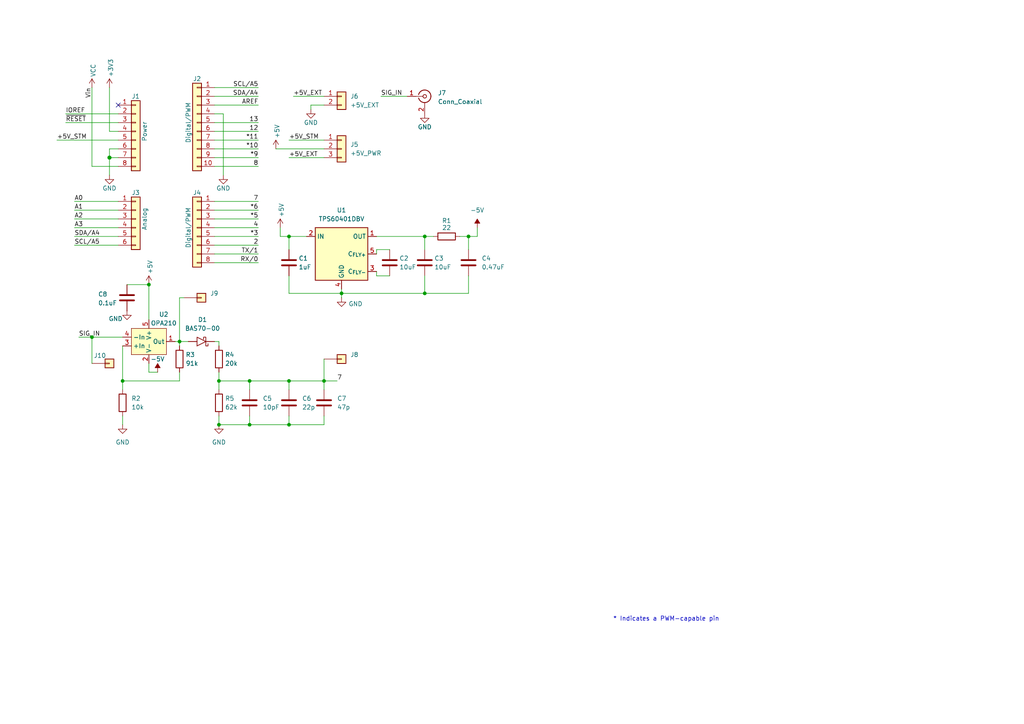
<source format=kicad_sch>
(kicad_sch
	(version 20231120)
	(generator "eeschema")
	(generator_version "8.0")
	(uuid "e63e39d7-6ac0-4ffd-8aa3-1841a4541b55")
	(paper "A4")
	(title_block
		(date "mar. 31 mars 2015")
	)
	(lib_symbols
		(symbol "C1210C106J3RACTU_1"
			(pin_numbers hide)
			(pin_names hide)
			(exclude_from_sim no)
			(in_bom yes)
			(on_board yes)
			(property "Reference" "C"
				(at 3.81 0 0)
				(effects
					(font
						(size 1.27 1.27)
					)
				)
			)
			(property "Value" "10uF"
				(at 5.588 -2.286 0)
				(effects
					(font
						(size 1.27 1.27)
					)
				)
			)
			(property "Footprint" ""
				(at 0 0 0)
				(effects
					(font
						(size 1.27 1.27)
					)
					(hide yes)
				)
			)
			(property "Datasheet" ""
				(at 0 0 0)
				(effects
					(font
						(size 1.27 1.27)
					)
					(hide yes)
				)
			)
			(property "Description" "C1210C106J3RACTU"
				(at 0 0 0)
				(effects
					(font
						(size 1.27 1.27)
					)
					(hide yes)
				)
			)
			(symbol "C1210C106J3RACTU_1_0_1"
				(polyline
					(pts
						(xy -2.032 -0.762) (xy 2.032 -0.762)
					)
					(stroke
						(width 0.508)
						(type default)
					)
					(fill
						(type none)
					)
				)
				(polyline
					(pts
						(xy -2.032 0.762) (xy 2.032 0.762)
					)
					(stroke
						(width 0.508)
						(type default)
					)
					(fill
						(type none)
					)
				)
			)
			(symbol "C1210C106J3RACTU_1_1_1"
				(pin passive line
					(at 0 3.81 270)
					(length 2.794)
					(name "~"
						(effects
							(font
								(size 1.27 1.27)
							)
						)
					)
					(number "1"
						(effects
							(font
								(size 1.27 1.27)
							)
						)
					)
				)
				(pin passive line
					(at 0 -3.81 90)
					(length 2.794)
					(name "~"
						(effects
							(font
								(size 1.27 1.27)
							)
						)
					)
					(number "2"
						(effects
							(font
								(size 1.27 1.27)
							)
						)
					)
				)
			)
		)
		(symbol "Connector:Conn_Coaxial"
			(pin_names
				(offset 1.016) hide)
			(exclude_from_sim no)
			(in_bom yes)
			(on_board yes)
			(property "Reference" "J"
				(at 0.254 3.048 0)
				(effects
					(font
						(size 1.27 1.27)
					)
				)
			)
			(property "Value" "Conn_Coaxial"
				(at 2.921 0 90)
				(effects
					(font
						(size 1.27 1.27)
					)
				)
			)
			(property "Footprint" ""
				(at 0 0 0)
				(effects
					(font
						(size 1.27 1.27)
					)
					(hide yes)
				)
			)
			(property "Datasheet" "~"
				(at 0 0 0)
				(effects
					(font
						(size 1.27 1.27)
					)
					(hide yes)
				)
			)
			(property "Description" "coaxial connector (BNC, SMA, SMB, SMC, Cinch/RCA, LEMO, ...)"
				(at 0 0 0)
				(effects
					(font
						(size 1.27 1.27)
					)
					(hide yes)
				)
			)
			(property "ki_keywords" "BNC SMA SMB SMC LEMO coaxial connector CINCH RCA MCX MMCX U.FL UMRF"
				(at 0 0 0)
				(effects
					(font
						(size 1.27 1.27)
					)
					(hide yes)
				)
			)
			(property "ki_fp_filters" "*BNC* *SMA* *SMB* *SMC* *Cinch* *LEMO* *UMRF* *MCX* *U.FL*"
				(at 0 0 0)
				(effects
					(font
						(size 1.27 1.27)
					)
					(hide yes)
				)
			)
			(symbol "Conn_Coaxial_0_1"
				(arc
					(start -1.778 -0.508)
					(mid 0.2311 -1.8066)
					(end 1.778 0)
					(stroke
						(width 0.254)
						(type default)
					)
					(fill
						(type none)
					)
				)
				(polyline
					(pts
						(xy -2.54 0) (xy -0.508 0)
					)
					(stroke
						(width 0)
						(type default)
					)
					(fill
						(type none)
					)
				)
				(polyline
					(pts
						(xy 0 -2.54) (xy 0 -1.778)
					)
					(stroke
						(width 0)
						(type default)
					)
					(fill
						(type none)
					)
				)
				(circle
					(center 0 0)
					(radius 0.508)
					(stroke
						(width 0.2032)
						(type default)
					)
					(fill
						(type none)
					)
				)
				(arc
					(start 1.778 0)
					(mid 0.2099 1.8101)
					(end -1.778 0.508)
					(stroke
						(width 0.254)
						(type default)
					)
					(fill
						(type none)
					)
				)
			)
			(symbol "Conn_Coaxial_1_1"
				(pin passive line
					(at -5.08 0 0)
					(length 2.54)
					(name "In"
						(effects
							(font
								(size 1.27 1.27)
							)
						)
					)
					(number "1"
						(effects
							(font
								(size 1.27 1.27)
							)
						)
					)
				)
				(pin passive line
					(at 0 -5.08 90)
					(length 2.54)
					(name "Ext"
						(effects
							(font
								(size 1.27 1.27)
							)
						)
					)
					(number "2"
						(effects
							(font
								(size 1.27 1.27)
							)
						)
					)
				)
			)
		)
		(symbol "Connector_Generic:Conn_01x01"
			(pin_numbers hide)
			(pin_names
				(offset 1.016) hide)
			(exclude_from_sim no)
			(in_bom yes)
			(on_board yes)
			(property "Reference" "J"
				(at 0 2.54 0)
				(effects
					(font
						(size 1.27 1.27)
					)
				)
			)
			(property "Value" "Conn_01x01"
				(at 0 -2.54 0)
				(effects
					(font
						(size 1.27 1.27)
					)
				)
			)
			(property "Footprint" ""
				(at 0 0 0)
				(effects
					(font
						(size 1.27 1.27)
					)
					(hide yes)
				)
			)
			(property "Datasheet" "~"
				(at 0 0 0)
				(effects
					(font
						(size 1.27 1.27)
					)
					(hide yes)
				)
			)
			(property "Description" "Generic connector, single row, 01x01, script generated (kicad-library-utils/schlib/autogen/connector/)"
				(at 0 0 0)
				(effects
					(font
						(size 1.27 1.27)
					)
					(hide yes)
				)
			)
			(property "ki_keywords" "connector"
				(at 0 0 0)
				(effects
					(font
						(size 1.27 1.27)
					)
					(hide yes)
				)
			)
			(property "ki_fp_filters" "Connector*:*_1x??_*"
				(at 0 0 0)
				(effects
					(font
						(size 1.27 1.27)
					)
					(hide yes)
				)
			)
			(symbol "Conn_01x01_1_1"
				(rectangle
					(start -1.27 0.127)
					(end 0 -0.127)
					(stroke
						(width 0.1524)
						(type default)
					)
					(fill
						(type none)
					)
				)
				(rectangle
					(start -1.27 1.27)
					(end 1.27 -1.27)
					(stroke
						(width 0.254)
						(type default)
					)
					(fill
						(type background)
					)
				)
				(pin passive line
					(at -5.08 0 0)
					(length 3.81)
					(name "Pin_1"
						(effects
							(font
								(size 1.27 1.27)
							)
						)
					)
					(number "1"
						(effects
							(font
								(size 1.27 1.27)
							)
						)
					)
				)
			)
		)
		(symbol "Connector_Generic:Conn_01x02"
			(pin_names
				(offset 1.016) hide)
			(exclude_from_sim no)
			(in_bom yes)
			(on_board yes)
			(property "Reference" "J"
				(at 0 2.54 0)
				(effects
					(font
						(size 1.27 1.27)
					)
				)
			)
			(property "Value" "Conn_01x02"
				(at 0 -5.08 0)
				(effects
					(font
						(size 1.27 1.27)
					)
				)
			)
			(property "Footprint" ""
				(at 0 0 0)
				(effects
					(font
						(size 1.27 1.27)
					)
					(hide yes)
				)
			)
			(property "Datasheet" "~"
				(at 0 0 0)
				(effects
					(font
						(size 1.27 1.27)
					)
					(hide yes)
				)
			)
			(property "Description" "Generic connector, single row, 01x02, script generated (kicad-library-utils/schlib/autogen/connector/)"
				(at 0 0 0)
				(effects
					(font
						(size 1.27 1.27)
					)
					(hide yes)
				)
			)
			(property "ki_keywords" "connector"
				(at 0 0 0)
				(effects
					(font
						(size 1.27 1.27)
					)
					(hide yes)
				)
			)
			(property "ki_fp_filters" "Connector*:*_1x??_*"
				(at 0 0 0)
				(effects
					(font
						(size 1.27 1.27)
					)
					(hide yes)
				)
			)
			(symbol "Conn_01x02_1_1"
				(rectangle
					(start -1.27 -2.413)
					(end 0 -2.667)
					(stroke
						(width 0.1524)
						(type default)
					)
					(fill
						(type none)
					)
				)
				(rectangle
					(start -1.27 0.127)
					(end 0 -0.127)
					(stroke
						(width 0.1524)
						(type default)
					)
					(fill
						(type none)
					)
				)
				(rectangle
					(start -1.27 1.27)
					(end 1.27 -3.81)
					(stroke
						(width 0.254)
						(type default)
					)
					(fill
						(type background)
					)
				)
				(pin passive line
					(at -5.08 0 0)
					(length 3.81)
					(name "Pin_1"
						(effects
							(font
								(size 1.27 1.27)
							)
						)
					)
					(number "1"
						(effects
							(font
								(size 1.27 1.27)
							)
						)
					)
				)
				(pin passive line
					(at -5.08 -2.54 0)
					(length 3.81)
					(name "Pin_2"
						(effects
							(font
								(size 1.27 1.27)
							)
						)
					)
					(number "2"
						(effects
							(font
								(size 1.27 1.27)
							)
						)
					)
				)
			)
		)
		(symbol "Connector_Generic:Conn_01x03"
			(pin_names
				(offset 1.016) hide)
			(exclude_from_sim no)
			(in_bom yes)
			(on_board yes)
			(property "Reference" "J"
				(at 0 5.08 0)
				(effects
					(font
						(size 1.27 1.27)
					)
				)
			)
			(property "Value" "Conn_01x03"
				(at 0 -5.08 0)
				(effects
					(font
						(size 1.27 1.27)
					)
				)
			)
			(property "Footprint" ""
				(at 0 0 0)
				(effects
					(font
						(size 1.27 1.27)
					)
					(hide yes)
				)
			)
			(property "Datasheet" "~"
				(at 0 0 0)
				(effects
					(font
						(size 1.27 1.27)
					)
					(hide yes)
				)
			)
			(property "Description" "Generic connector, single row, 01x03, script generated (kicad-library-utils/schlib/autogen/connector/)"
				(at 0 0 0)
				(effects
					(font
						(size 1.27 1.27)
					)
					(hide yes)
				)
			)
			(property "ki_keywords" "connector"
				(at 0 0 0)
				(effects
					(font
						(size 1.27 1.27)
					)
					(hide yes)
				)
			)
			(property "ki_fp_filters" "Connector*:*_1x??_*"
				(at 0 0 0)
				(effects
					(font
						(size 1.27 1.27)
					)
					(hide yes)
				)
			)
			(symbol "Conn_01x03_1_1"
				(rectangle
					(start -1.27 -2.413)
					(end 0 -2.667)
					(stroke
						(width 0.1524)
						(type default)
					)
					(fill
						(type none)
					)
				)
				(rectangle
					(start -1.27 0.127)
					(end 0 -0.127)
					(stroke
						(width 0.1524)
						(type default)
					)
					(fill
						(type none)
					)
				)
				(rectangle
					(start -1.27 2.667)
					(end 0 2.413)
					(stroke
						(width 0.1524)
						(type default)
					)
					(fill
						(type none)
					)
				)
				(rectangle
					(start -1.27 3.81)
					(end 1.27 -3.81)
					(stroke
						(width 0.254)
						(type default)
					)
					(fill
						(type background)
					)
				)
				(pin passive line
					(at -5.08 2.54 0)
					(length 3.81)
					(name "Pin_1"
						(effects
							(font
								(size 1.27 1.27)
							)
						)
					)
					(number "1"
						(effects
							(font
								(size 1.27 1.27)
							)
						)
					)
				)
				(pin passive line
					(at -5.08 0 0)
					(length 3.81)
					(name "Pin_2"
						(effects
							(font
								(size 1.27 1.27)
							)
						)
					)
					(number "2"
						(effects
							(font
								(size 1.27 1.27)
							)
						)
					)
				)
				(pin passive line
					(at -5.08 -2.54 0)
					(length 3.81)
					(name "Pin_3"
						(effects
							(font
								(size 1.27 1.27)
							)
						)
					)
					(number "3"
						(effects
							(font
								(size 1.27 1.27)
							)
						)
					)
				)
			)
		)
		(symbol "Connector_Generic:Conn_01x06"
			(pin_names
				(offset 1.016) hide)
			(exclude_from_sim no)
			(in_bom yes)
			(on_board yes)
			(property "Reference" "J"
				(at 0 7.62 0)
				(effects
					(font
						(size 1.27 1.27)
					)
				)
			)
			(property "Value" "Conn_01x06"
				(at 0 -10.16 0)
				(effects
					(font
						(size 1.27 1.27)
					)
				)
			)
			(property "Footprint" ""
				(at 0 0 0)
				(effects
					(font
						(size 1.27 1.27)
					)
					(hide yes)
				)
			)
			(property "Datasheet" "~"
				(at 0 0 0)
				(effects
					(font
						(size 1.27 1.27)
					)
					(hide yes)
				)
			)
			(property "Description" "Generic connector, single row, 01x06, script generated (kicad-library-utils/schlib/autogen/connector/)"
				(at 0 0 0)
				(effects
					(font
						(size 1.27 1.27)
					)
					(hide yes)
				)
			)
			(property "ki_keywords" "connector"
				(at 0 0 0)
				(effects
					(font
						(size 1.27 1.27)
					)
					(hide yes)
				)
			)
			(property "ki_fp_filters" "Connector*:*_1x??_*"
				(at 0 0 0)
				(effects
					(font
						(size 1.27 1.27)
					)
					(hide yes)
				)
			)
			(symbol "Conn_01x06_1_1"
				(rectangle
					(start -1.27 -7.493)
					(end 0 -7.747)
					(stroke
						(width 0.1524)
						(type default)
					)
					(fill
						(type none)
					)
				)
				(rectangle
					(start -1.27 -4.953)
					(end 0 -5.207)
					(stroke
						(width 0.1524)
						(type default)
					)
					(fill
						(type none)
					)
				)
				(rectangle
					(start -1.27 -2.413)
					(end 0 -2.667)
					(stroke
						(width 0.1524)
						(type default)
					)
					(fill
						(type none)
					)
				)
				(rectangle
					(start -1.27 0.127)
					(end 0 -0.127)
					(stroke
						(width 0.1524)
						(type default)
					)
					(fill
						(type none)
					)
				)
				(rectangle
					(start -1.27 2.667)
					(end 0 2.413)
					(stroke
						(width 0.1524)
						(type default)
					)
					(fill
						(type none)
					)
				)
				(rectangle
					(start -1.27 5.207)
					(end 0 4.953)
					(stroke
						(width 0.1524)
						(type default)
					)
					(fill
						(type none)
					)
				)
				(rectangle
					(start -1.27 6.35)
					(end 1.27 -8.89)
					(stroke
						(width 0.254)
						(type default)
					)
					(fill
						(type background)
					)
				)
				(pin passive line
					(at -5.08 5.08 0)
					(length 3.81)
					(name "Pin_1"
						(effects
							(font
								(size 1.27 1.27)
							)
						)
					)
					(number "1"
						(effects
							(font
								(size 1.27 1.27)
							)
						)
					)
				)
				(pin passive line
					(at -5.08 2.54 0)
					(length 3.81)
					(name "Pin_2"
						(effects
							(font
								(size 1.27 1.27)
							)
						)
					)
					(number "2"
						(effects
							(font
								(size 1.27 1.27)
							)
						)
					)
				)
				(pin passive line
					(at -5.08 0 0)
					(length 3.81)
					(name "Pin_3"
						(effects
							(font
								(size 1.27 1.27)
							)
						)
					)
					(number "3"
						(effects
							(font
								(size 1.27 1.27)
							)
						)
					)
				)
				(pin passive line
					(at -5.08 -2.54 0)
					(length 3.81)
					(name "Pin_4"
						(effects
							(font
								(size 1.27 1.27)
							)
						)
					)
					(number "4"
						(effects
							(font
								(size 1.27 1.27)
							)
						)
					)
				)
				(pin passive line
					(at -5.08 -5.08 0)
					(length 3.81)
					(name "Pin_5"
						(effects
							(font
								(size 1.27 1.27)
							)
						)
					)
					(number "5"
						(effects
							(font
								(size 1.27 1.27)
							)
						)
					)
				)
				(pin passive line
					(at -5.08 -7.62 0)
					(length 3.81)
					(name "Pin_6"
						(effects
							(font
								(size 1.27 1.27)
							)
						)
					)
					(number "6"
						(effects
							(font
								(size 1.27 1.27)
							)
						)
					)
				)
			)
		)
		(symbol "Connector_Generic:Conn_01x08"
			(pin_names
				(offset 1.016) hide)
			(exclude_from_sim no)
			(in_bom yes)
			(on_board yes)
			(property "Reference" "J"
				(at 0 10.16 0)
				(effects
					(font
						(size 1.27 1.27)
					)
				)
			)
			(property "Value" "Conn_01x08"
				(at 0 -12.7 0)
				(effects
					(font
						(size 1.27 1.27)
					)
				)
			)
			(property "Footprint" ""
				(at 0 0 0)
				(effects
					(font
						(size 1.27 1.27)
					)
					(hide yes)
				)
			)
			(property "Datasheet" "~"
				(at 0 0 0)
				(effects
					(font
						(size 1.27 1.27)
					)
					(hide yes)
				)
			)
			(property "Description" "Generic connector, single row, 01x08, script generated (kicad-library-utils/schlib/autogen/connector/)"
				(at 0 0 0)
				(effects
					(font
						(size 1.27 1.27)
					)
					(hide yes)
				)
			)
			(property "ki_keywords" "connector"
				(at 0 0 0)
				(effects
					(font
						(size 1.27 1.27)
					)
					(hide yes)
				)
			)
			(property "ki_fp_filters" "Connector*:*_1x??_*"
				(at 0 0 0)
				(effects
					(font
						(size 1.27 1.27)
					)
					(hide yes)
				)
			)
			(symbol "Conn_01x08_1_1"
				(rectangle
					(start -1.27 -10.033)
					(end 0 -10.287)
					(stroke
						(width 0.1524)
						(type default)
					)
					(fill
						(type none)
					)
				)
				(rectangle
					(start -1.27 -7.493)
					(end 0 -7.747)
					(stroke
						(width 0.1524)
						(type default)
					)
					(fill
						(type none)
					)
				)
				(rectangle
					(start -1.27 -4.953)
					(end 0 -5.207)
					(stroke
						(width 0.1524)
						(type default)
					)
					(fill
						(type none)
					)
				)
				(rectangle
					(start -1.27 -2.413)
					(end 0 -2.667)
					(stroke
						(width 0.1524)
						(type default)
					)
					(fill
						(type none)
					)
				)
				(rectangle
					(start -1.27 0.127)
					(end 0 -0.127)
					(stroke
						(width 0.1524)
						(type default)
					)
					(fill
						(type none)
					)
				)
				(rectangle
					(start -1.27 2.667)
					(end 0 2.413)
					(stroke
						(width 0.1524)
						(type default)
					)
					(fill
						(type none)
					)
				)
				(rectangle
					(start -1.27 5.207)
					(end 0 4.953)
					(stroke
						(width 0.1524)
						(type default)
					)
					(fill
						(type none)
					)
				)
				(rectangle
					(start -1.27 7.747)
					(end 0 7.493)
					(stroke
						(width 0.1524)
						(type default)
					)
					(fill
						(type none)
					)
				)
				(rectangle
					(start -1.27 8.89)
					(end 1.27 -11.43)
					(stroke
						(width 0.254)
						(type default)
					)
					(fill
						(type background)
					)
				)
				(pin passive line
					(at -5.08 7.62 0)
					(length 3.81)
					(name "Pin_1"
						(effects
							(font
								(size 1.27 1.27)
							)
						)
					)
					(number "1"
						(effects
							(font
								(size 1.27 1.27)
							)
						)
					)
				)
				(pin passive line
					(at -5.08 5.08 0)
					(length 3.81)
					(name "Pin_2"
						(effects
							(font
								(size 1.27 1.27)
							)
						)
					)
					(number "2"
						(effects
							(font
								(size 1.27 1.27)
							)
						)
					)
				)
				(pin passive line
					(at -5.08 2.54 0)
					(length 3.81)
					(name "Pin_3"
						(effects
							(font
								(size 1.27 1.27)
							)
						)
					)
					(number "3"
						(effects
							(font
								(size 1.27 1.27)
							)
						)
					)
				)
				(pin passive line
					(at -5.08 0 0)
					(length 3.81)
					(name "Pin_4"
						(effects
							(font
								(size 1.27 1.27)
							)
						)
					)
					(number "4"
						(effects
							(font
								(size 1.27 1.27)
							)
						)
					)
				)
				(pin passive line
					(at -5.08 -2.54 0)
					(length 3.81)
					(name "Pin_5"
						(effects
							(font
								(size 1.27 1.27)
							)
						)
					)
					(number "5"
						(effects
							(font
								(size 1.27 1.27)
							)
						)
					)
				)
				(pin passive line
					(at -5.08 -5.08 0)
					(length 3.81)
					(name "Pin_6"
						(effects
							(font
								(size 1.27 1.27)
							)
						)
					)
					(number "6"
						(effects
							(font
								(size 1.27 1.27)
							)
						)
					)
				)
				(pin passive line
					(at -5.08 -7.62 0)
					(length 3.81)
					(name "Pin_7"
						(effects
							(font
								(size 1.27 1.27)
							)
						)
					)
					(number "7"
						(effects
							(font
								(size 1.27 1.27)
							)
						)
					)
				)
				(pin passive line
					(at -5.08 -10.16 0)
					(length 3.81)
					(name "Pin_8"
						(effects
							(font
								(size 1.27 1.27)
							)
						)
					)
					(number "8"
						(effects
							(font
								(size 1.27 1.27)
							)
						)
					)
				)
			)
		)
		(symbol "Connector_Generic:Conn_01x10"
			(pin_names
				(offset 1.016) hide)
			(exclude_from_sim no)
			(in_bom yes)
			(on_board yes)
			(property "Reference" "J"
				(at 0 12.7 0)
				(effects
					(font
						(size 1.27 1.27)
					)
				)
			)
			(property "Value" "Conn_01x10"
				(at 0 -15.24 0)
				(effects
					(font
						(size 1.27 1.27)
					)
				)
			)
			(property "Footprint" ""
				(at 0 0 0)
				(effects
					(font
						(size 1.27 1.27)
					)
					(hide yes)
				)
			)
			(property "Datasheet" "~"
				(at 0 0 0)
				(effects
					(font
						(size 1.27 1.27)
					)
					(hide yes)
				)
			)
			(property "Description" "Generic connector, single row, 01x10, script generated (kicad-library-utils/schlib/autogen/connector/)"
				(at 0 0 0)
				(effects
					(font
						(size 1.27 1.27)
					)
					(hide yes)
				)
			)
			(property "ki_keywords" "connector"
				(at 0 0 0)
				(effects
					(font
						(size 1.27 1.27)
					)
					(hide yes)
				)
			)
			(property "ki_fp_filters" "Connector*:*_1x??_*"
				(at 0 0 0)
				(effects
					(font
						(size 1.27 1.27)
					)
					(hide yes)
				)
			)
			(symbol "Conn_01x10_1_1"
				(rectangle
					(start -1.27 -12.573)
					(end 0 -12.827)
					(stroke
						(width 0.1524)
						(type default)
					)
					(fill
						(type none)
					)
				)
				(rectangle
					(start -1.27 -10.033)
					(end 0 -10.287)
					(stroke
						(width 0.1524)
						(type default)
					)
					(fill
						(type none)
					)
				)
				(rectangle
					(start -1.27 -7.493)
					(end 0 -7.747)
					(stroke
						(width 0.1524)
						(type default)
					)
					(fill
						(type none)
					)
				)
				(rectangle
					(start -1.27 -4.953)
					(end 0 -5.207)
					(stroke
						(width 0.1524)
						(type default)
					)
					(fill
						(type none)
					)
				)
				(rectangle
					(start -1.27 -2.413)
					(end 0 -2.667)
					(stroke
						(width 0.1524)
						(type default)
					)
					(fill
						(type none)
					)
				)
				(rectangle
					(start -1.27 0.127)
					(end 0 -0.127)
					(stroke
						(width 0.1524)
						(type default)
					)
					(fill
						(type none)
					)
				)
				(rectangle
					(start -1.27 2.667)
					(end 0 2.413)
					(stroke
						(width 0.1524)
						(type default)
					)
					(fill
						(type none)
					)
				)
				(rectangle
					(start -1.27 5.207)
					(end 0 4.953)
					(stroke
						(width 0.1524)
						(type default)
					)
					(fill
						(type none)
					)
				)
				(rectangle
					(start -1.27 7.747)
					(end 0 7.493)
					(stroke
						(width 0.1524)
						(type default)
					)
					(fill
						(type none)
					)
				)
				(rectangle
					(start -1.27 10.287)
					(end 0 10.033)
					(stroke
						(width 0.1524)
						(type default)
					)
					(fill
						(type none)
					)
				)
				(rectangle
					(start -1.27 11.43)
					(end 1.27 -13.97)
					(stroke
						(width 0.254)
						(type default)
					)
					(fill
						(type background)
					)
				)
				(pin passive line
					(at -5.08 10.16 0)
					(length 3.81)
					(name "Pin_1"
						(effects
							(font
								(size 1.27 1.27)
							)
						)
					)
					(number "1"
						(effects
							(font
								(size 1.27 1.27)
							)
						)
					)
				)
				(pin passive line
					(at -5.08 -12.7 0)
					(length 3.81)
					(name "Pin_10"
						(effects
							(font
								(size 1.27 1.27)
							)
						)
					)
					(number "10"
						(effects
							(font
								(size 1.27 1.27)
							)
						)
					)
				)
				(pin passive line
					(at -5.08 7.62 0)
					(length 3.81)
					(name "Pin_2"
						(effects
							(font
								(size 1.27 1.27)
							)
						)
					)
					(number "2"
						(effects
							(font
								(size 1.27 1.27)
							)
						)
					)
				)
				(pin passive line
					(at -5.08 5.08 0)
					(length 3.81)
					(name "Pin_3"
						(effects
							(font
								(size 1.27 1.27)
							)
						)
					)
					(number "3"
						(effects
							(font
								(size 1.27 1.27)
							)
						)
					)
				)
				(pin passive line
					(at -5.08 2.54 0)
					(length 3.81)
					(name "Pin_4"
						(effects
							(font
								(size 1.27 1.27)
							)
						)
					)
					(number "4"
						(effects
							(font
								(size 1.27 1.27)
							)
						)
					)
				)
				(pin passive line
					(at -5.08 0 0)
					(length 3.81)
					(name "Pin_5"
						(effects
							(font
								(size 1.27 1.27)
							)
						)
					)
					(number "5"
						(effects
							(font
								(size 1.27 1.27)
							)
						)
					)
				)
				(pin passive line
					(at -5.08 -2.54 0)
					(length 3.81)
					(name "Pin_6"
						(effects
							(font
								(size 1.27 1.27)
							)
						)
					)
					(number "6"
						(effects
							(font
								(size 1.27 1.27)
							)
						)
					)
				)
				(pin passive line
					(at -5.08 -5.08 0)
					(length 3.81)
					(name "Pin_7"
						(effects
							(font
								(size 1.27 1.27)
							)
						)
					)
					(number "7"
						(effects
							(font
								(size 1.27 1.27)
							)
						)
					)
				)
				(pin passive line
					(at -5.08 -7.62 0)
					(length 3.81)
					(name "Pin_8"
						(effects
							(font
								(size 1.27 1.27)
							)
						)
					)
					(number "8"
						(effects
							(font
								(size 1.27 1.27)
							)
						)
					)
				)
				(pin passive line
					(at -5.08 -10.16 0)
					(length 3.81)
					(name "Pin_9"
						(effects
							(font
								(size 1.27 1.27)
							)
						)
					)
					(number "9"
						(effects
							(font
								(size 1.27 1.27)
							)
						)
					)
				)
			)
		)
		(symbol "Device:C"
			(pin_numbers hide)
			(pin_names
				(offset 0.254)
			)
			(exclude_from_sim no)
			(in_bom yes)
			(on_board yes)
			(property "Reference" "C"
				(at 0.635 2.54 0)
				(effects
					(font
						(size 1.27 1.27)
					)
					(justify left)
				)
			)
			(property "Value" "C"
				(at 0.635 -2.54 0)
				(effects
					(font
						(size 1.27 1.27)
					)
					(justify left)
				)
			)
			(property "Footprint" ""
				(at 0.9652 -3.81 0)
				(effects
					(font
						(size 1.27 1.27)
					)
					(hide yes)
				)
			)
			(property "Datasheet" "~"
				(at 0 0 0)
				(effects
					(font
						(size 1.27 1.27)
					)
					(hide yes)
				)
			)
			(property "Description" "Unpolarized capacitor"
				(at 0 0 0)
				(effects
					(font
						(size 1.27 1.27)
					)
					(hide yes)
				)
			)
			(property "ki_keywords" "cap capacitor"
				(at 0 0 0)
				(effects
					(font
						(size 1.27 1.27)
					)
					(hide yes)
				)
			)
			(property "ki_fp_filters" "C_*"
				(at 0 0 0)
				(effects
					(font
						(size 1.27 1.27)
					)
					(hide yes)
				)
			)
			(symbol "C_0_1"
				(polyline
					(pts
						(xy -2.032 -0.762) (xy 2.032 -0.762)
					)
					(stroke
						(width 0.508)
						(type default)
					)
					(fill
						(type none)
					)
				)
				(polyline
					(pts
						(xy -2.032 0.762) (xy 2.032 0.762)
					)
					(stroke
						(width 0.508)
						(type default)
					)
					(fill
						(type none)
					)
				)
			)
			(symbol "C_1_1"
				(pin passive line
					(at 0 3.81 270)
					(length 2.794)
					(name "~"
						(effects
							(font
								(size 1.27 1.27)
							)
						)
					)
					(number "1"
						(effects
							(font
								(size 1.27 1.27)
							)
						)
					)
				)
				(pin passive line
					(at 0 -3.81 90)
					(length 2.794)
					(name "~"
						(effects
							(font
								(size 1.27 1.27)
							)
						)
					)
					(number "2"
						(effects
							(font
								(size 1.27 1.27)
							)
						)
					)
				)
			)
		)
		(symbol "GND_1"
			(power)
			(pin_numbers hide)
			(pin_names
				(offset 0) hide)
			(exclude_from_sim no)
			(in_bom yes)
			(on_board yes)
			(property "Reference" "#PWR"
				(at 0 -6.35 0)
				(effects
					(font
						(size 1.27 1.27)
					)
					(hide yes)
				)
			)
			(property "Value" "GND"
				(at 0 -3.81 0)
				(effects
					(font
						(size 1.27 1.27)
					)
				)
			)
			(property "Footprint" ""
				(at 0 0 0)
				(effects
					(font
						(size 1.27 1.27)
					)
					(hide yes)
				)
			)
			(property "Datasheet" ""
				(at 0 0 0)
				(effects
					(font
						(size 1.27 1.27)
					)
					(hide yes)
				)
			)
			(property "Description" "Power symbol creates a global label with name \"GND\" , ground"
				(at 0 0 0)
				(effects
					(font
						(size 1.27 1.27)
					)
					(hide yes)
				)
			)
			(property "ki_keywords" "global power"
				(at 0 0 0)
				(effects
					(font
						(size 1.27 1.27)
					)
					(hide yes)
				)
			)
			(symbol "GND_1_0_1"
				(polyline
					(pts
						(xy 0 0) (xy 0 -1.27) (xy 1.27 -1.27) (xy 0 -2.54) (xy -1.27 -1.27) (xy 0 -1.27)
					)
					(stroke
						(width 0)
						(type default)
					)
					(fill
						(type none)
					)
				)
			)
			(symbol "GND_1_1_1"
				(pin power_in line
					(at 0 0 270)
					(length 0)
					(name "~"
						(effects
							(font
								(size 1.27 1.27)
							)
						)
					)
					(number "1"
						(effects
							(font
								(size 1.27 1.27)
							)
						)
					)
				)
			)
		)
		(symbol "Regulator_SwitchedCapacitor:TPS60401DBV"
			(exclude_from_sim no)
			(in_bom yes)
			(on_board yes)
			(property "Reference" "U"
				(at 6.35 8.89 0)
				(effects
					(font
						(size 1.27 1.27)
					)
				)
			)
			(property "Value" "TPS60401DBV"
				(at 7.62 -8.89 0)
				(effects
					(font
						(size 1.27 1.27)
					)
				)
			)
			(property "Footprint" "Package_TO_SOT_SMD:SOT-23-5"
				(at 0 12.7 0)
				(effects
					(font
						(size 1.27 1.27)
					)
					(hide yes)
				)
			)
			(property "Datasheet" "https://www.ti.com/lit/ds/symlink/tps60401.pdf"
				(at 0 -22.86 0)
				(effects
					(font
						(size 1.27 1.27)
					)
					(hide yes)
				)
			)
			(property "Description" "Unregulated 60-mA Charge Pump Voltage Inverter with Fixed Switching Frequency 20 kHz, SOT-23-5"
				(at 0 0 0)
				(effects
					(font
						(size 1.27 1.27)
					)
					(hide yes)
				)
			)
			(property "ki_keywords" "unregulated charge pump inverter fixed switching frequency"
				(at 0 0 0)
				(effects
					(font
						(size 1.27 1.27)
					)
					(hide yes)
				)
			)
			(property "ki_fp_filters" "SOT?23*"
				(at 0 0 0)
				(effects
					(font
						(size 1.27 1.27)
					)
					(hide yes)
				)
			)
			(symbol "TPS60401DBV_1_1"
				(rectangle
					(start -7.62 7.62)
					(end 7.62 -7.62)
					(stroke
						(width 0.254)
						(type default)
					)
					(fill
						(type background)
					)
				)
				(pin power_out line
					(at 10.16 5.08 180)
					(length 2.54)
					(name "OUT"
						(effects
							(font
								(size 1.27 1.27)
							)
						)
					)
					(number "1"
						(effects
							(font
								(size 1.27 1.27)
							)
						)
					)
				)
				(pin power_in line
					(at -10.16 5.08 0)
					(length 2.54)
					(name "IN"
						(effects
							(font
								(size 1.27 1.27)
							)
						)
					)
					(number "2"
						(effects
							(font
								(size 1.27 1.27)
							)
						)
					)
				)
				(pin passive line
					(at 10.16 -5.08 180)
					(length 2.54)
					(name "C_{FLY-}"
						(effects
							(font
								(size 1.27 1.27)
							)
						)
					)
					(number "3"
						(effects
							(font
								(size 1.27 1.27)
							)
						)
					)
				)
				(pin power_in line
					(at 0 -10.16 90)
					(length 2.54)
					(name "GND"
						(effects
							(font
								(size 1.27 1.27)
							)
						)
					)
					(number "4"
						(effects
							(font
								(size 1.27 1.27)
							)
						)
					)
				)
				(pin passive line
					(at 10.16 0 180)
					(length 2.54)
					(name "C_{FLY+}"
						(effects
							(font
								(size 1.27 1.27)
							)
						)
					)
					(number "5"
						(effects
							(font
								(size 1.27 1.27)
							)
						)
					)
				)
			)
		)
		(symbol "Shield_Frequency_meter:BAS70-00"
			(pin_numbers hide)
			(pin_names hide)
			(exclude_from_sim no)
			(in_bom yes)
			(on_board yes)
			(property "Reference" "D"
				(at 0 2.54 0)
				(effects
					(font
						(size 1.27 1.27)
					)
				)
			)
			(property "Value" "BAS70-00"
				(at 0 -3.81 0)
				(effects
					(font
						(size 1.27 1.27)
					)
				)
			)
			(property "Footprint" ""
				(at 5.08 1.27 0)
				(effects
					(font
						(size 1.27 1.27)
					)
					(hide yes)
				)
			)
			(property "Datasheet" ""
				(at 5.08 1.27 0)
				(effects
					(font
						(size 1.27 1.27)
					)
					(hide yes)
				)
			)
			(property "Description" "BAS70-00"
				(at 5.08 1.27 0)
				(effects
					(font
						(size 1.27 1.27)
					)
					(hide yes)
				)
			)
			(symbol "BAS70-00_0_1"
				(polyline
					(pts
						(xy 1.27 1.27) (xy 1.27 -1.27) (xy -1.27 0) (xy 1.27 1.27)
					)
					(stroke
						(width 0.2032)
						(type default)
					)
					(fill
						(type none)
					)
				)
				(polyline
					(pts
						(xy -1.905 0.635) (xy -1.905 1.27) (xy -1.27 1.27) (xy -1.27 -1.27) (xy -0.635 -1.27) (xy -0.635 -0.635)
					)
					(stroke
						(width 0.2032)
						(type default)
					)
					(fill
						(type none)
					)
				)
			)
			(symbol "BAS70-00_1_1"
				(pin input line
					(at 3.81 0 180)
					(length 2.54)
					(name ""
						(effects
							(font
								(size 1.27 1.27)
							)
						)
					)
					(number "1"
						(effects
							(font
								(size 1.27 1.27)
							)
						)
					)
				)
				(pin output line
					(at -3.81 0 0)
					(length 2.54)
					(name ""
						(effects
							(font
								(size 1.27 1.27)
							)
						)
					)
					(number "3"
						(effects
							(font
								(size 1.27 1.27)
							)
						)
					)
				)
			)
		)
		(symbol "Shield_Frequency_meter:C0805C105J3RACTU"
			(pin_numbers hide)
			(pin_names hide)
			(exclude_from_sim no)
			(in_bom yes)
			(on_board yes)
			(property "Reference" "C"
				(at 3.81 0 0)
				(effects
					(font
						(size 1.27 1.27)
					)
				)
			)
			(property "Value" "1uF"
				(at 5.588 -2.286 0)
				(effects
					(font
						(size 1.27 1.27)
					)
				)
			)
			(property "Footprint" ""
				(at 0 0 0)
				(effects
					(font
						(size 1.27 1.27)
					)
					(hide yes)
				)
			)
			(property "Datasheet" ""
				(at 0 0 0)
				(effects
					(font
						(size 1.27 1.27)
					)
					(hide yes)
				)
			)
			(property "Description" "C0805C105J3RACTU"
				(at 0 0 0)
				(effects
					(font
						(size 1.27 1.27)
					)
					(hide yes)
				)
			)
			(symbol "C0805C105J3RACTU_0_1"
				(polyline
					(pts
						(xy -2.032 -0.762) (xy 2.032 -0.762)
					)
					(stroke
						(width 0.508)
						(type default)
					)
					(fill
						(type none)
					)
				)
				(polyline
					(pts
						(xy -2.032 0.762) (xy 2.032 0.762)
					)
					(stroke
						(width 0.508)
						(type default)
					)
					(fill
						(type none)
					)
				)
			)
			(symbol "C0805C105J3RACTU_1_1"
				(pin passive line
					(at 0 3.81 270)
					(length 2.794)
					(name "~"
						(effects
							(font
								(size 1.27 1.27)
							)
						)
					)
					(number "1"
						(effects
							(font
								(size 1.27 1.27)
							)
						)
					)
				)
				(pin passive line
					(at 0 -3.81 90)
					(length 2.794)
					(name "~"
						(effects
							(font
								(size 1.27 1.27)
							)
						)
					)
					(number "2"
						(effects
							(font
								(size 1.27 1.27)
							)
						)
					)
				)
			)
		)
		(symbol "Shield_Frequency_meter:C1206C474J5NACTU"
			(pin_numbers hide)
			(pin_names hide)
			(exclude_from_sim no)
			(in_bom yes)
			(on_board yes)
			(property "Reference" "C"
				(at 3.81 0 0)
				(effects
					(font
						(size 1.27 1.27)
					)
				)
			)
			(property "Value" "0.47uF"
				(at 5.588 -2.286 0)
				(effects
					(font
						(size 1.27 1.27)
					)
				)
			)
			(property "Footprint" ""
				(at 0 0 0)
				(effects
					(font
						(size 1.27 1.27)
					)
					(hide yes)
				)
			)
			(property "Datasheet" ""
				(at 0 0 0)
				(effects
					(font
						(size 1.27 1.27)
					)
					(hide yes)
				)
			)
			(property "Description" "C1206C474J5NACTU"
				(at 0 0 0)
				(effects
					(font
						(size 1.27 1.27)
					)
					(hide yes)
				)
			)
			(symbol "C1206C474J5NACTU_0_1"
				(polyline
					(pts
						(xy -2.032 -0.762) (xy 2.032 -0.762)
					)
					(stroke
						(width 0.508)
						(type default)
					)
					(fill
						(type none)
					)
				)
				(polyline
					(pts
						(xy -2.032 0.762) (xy 2.032 0.762)
					)
					(stroke
						(width 0.508)
						(type default)
					)
					(fill
						(type none)
					)
				)
			)
			(symbol "C1206C474J5NACTU_1_1"
				(pin passive line
					(at 0 3.81 270)
					(length 2.794)
					(name "~"
						(effects
							(font
								(size 1.27 1.27)
							)
						)
					)
					(number "1"
						(effects
							(font
								(size 1.27 1.27)
							)
						)
					)
				)
				(pin passive line
					(at 0 -3.81 90)
					(length 2.794)
					(name "~"
						(effects
							(font
								(size 1.27 1.27)
							)
						)
					)
					(number "2"
						(effects
							(font
								(size 1.27 1.27)
							)
						)
					)
				)
			)
		)
		(symbol "Shield_Frequency_meter:C1210C106J3RACTU"
			(pin_numbers hide)
			(pin_names hide)
			(exclude_from_sim no)
			(in_bom yes)
			(on_board yes)
			(property "Reference" "C"
				(at 3.81 0 0)
				(effects
					(font
						(size 1.27 1.27)
					)
				)
			)
			(property "Value" "10uF"
				(at 5.588 -2.286 0)
				(effects
					(font
						(size 1.27 1.27)
					)
				)
			)
			(property "Footprint" ""
				(at 0 0 0)
				(effects
					(font
						(size 1.27 1.27)
					)
					(hide yes)
				)
			)
			(property "Datasheet" ""
				(at 0 0 0)
				(effects
					(font
						(size 1.27 1.27)
					)
					(hide yes)
				)
			)
			(property "Description" "C1210C106J3RACTU"
				(at 0 0 0)
				(effects
					(font
						(size 1.27 1.27)
					)
					(hide yes)
				)
			)
			(symbol "C1210C106J3RACTU_0_1"
				(polyline
					(pts
						(xy -2.032 -0.762) (xy 2.032 -0.762)
					)
					(stroke
						(width 0.508)
						(type default)
					)
					(fill
						(type none)
					)
				)
				(polyline
					(pts
						(xy -2.032 0.762) (xy 2.032 0.762)
					)
					(stroke
						(width 0.508)
						(type default)
					)
					(fill
						(type none)
					)
				)
			)
			(symbol "C1210C106J3RACTU_1_1"
				(pin passive line
					(at 0 3.81 270)
					(length 2.794)
					(name "~"
						(effects
							(font
								(size 1.27 1.27)
							)
						)
					)
					(number "1"
						(effects
							(font
								(size 1.27 1.27)
							)
						)
					)
				)
				(pin passive line
					(at 0 -3.81 90)
					(length 2.794)
					(name "~"
						(effects
							(font
								(size 1.27 1.27)
							)
						)
					)
					(number "2"
						(effects
							(font
								(size 1.27 1.27)
							)
						)
					)
				)
			)
		)
		(symbol "Shield_Frequency_meter:CHP0805AFX-1002ELF"
			(pin_numbers hide)
			(pin_names hide)
			(exclude_from_sim no)
			(in_bom yes)
			(on_board yes)
			(property "Reference" "R"
				(at 2.54 1.016 0)
				(effects
					(font
						(size 1.27 1.27)
					)
				)
			)
			(property "Value" "10k"
				(at 3.048 -0.762 0)
				(effects
					(font
						(size 1.27 1.27)
					)
				)
			)
			(property "Footprint" ""
				(at 0 0 0)
				(effects
					(font
						(size 1.27 1.27)
					)
					(hide yes)
				)
			)
			(property "Datasheet" ""
				(at 0 0 0)
				(effects
					(font
						(size 1.27 1.27)
					)
					(hide yes)
				)
			)
			(property "Description" "CHP0805AFX-1002ELF"
				(at 0 0 0)
				(effects
					(font
						(size 1.27 1.27)
					)
					(hide yes)
				)
			)
			(symbol "CHP0805AFX-1002ELF_0_1"
				(rectangle
					(start -1.016 2.54)
					(end 1.016 -2.54)
					(stroke
						(width 0.254)
						(type default)
					)
					(fill
						(type none)
					)
				)
			)
			(symbol "CHP0805AFX-1002ELF_1_1"
				(pin passive line
					(at 0 3.81 270)
					(length 1.27)
					(name "~"
						(effects
							(font
								(size 1.27 1.27)
							)
						)
					)
					(number "1"
						(effects
							(font
								(size 1.27 1.27)
							)
						)
					)
				)
				(pin passive line
					(at 0 -3.81 90)
					(length 1.27)
					(name "~"
						(effects
							(font
								(size 1.27 1.27)
							)
						)
					)
					(number "2"
						(effects
							(font
								(size 1.27 1.27)
							)
						)
					)
				)
			)
		)
		(symbol "Shield_Frequency_meter:CRCW080562K0FKEA"
			(pin_numbers hide)
			(pin_names hide)
			(exclude_from_sim no)
			(in_bom yes)
			(on_board yes)
			(property "Reference" "R"
				(at 2.54 1.016 0)
				(effects
					(font
						(size 1.27 1.27)
					)
				)
			)
			(property "Value" "62k"
				(at 3.048 -0.762 0)
				(effects
					(font
						(size 1.27 1.27)
					)
				)
			)
			(property "Footprint" ""
				(at 0 0 0)
				(effects
					(font
						(size 1.27 1.27)
					)
					(hide yes)
				)
			)
			(property "Datasheet" ""
				(at 0 0 0)
				(effects
					(font
						(size 1.27 1.27)
					)
					(hide yes)
				)
			)
			(property "Description" "CRCW080562K0FKEA"
				(at 0 0 0)
				(effects
					(font
						(size 1.27 1.27)
					)
					(hide yes)
				)
			)
			(symbol "CRCW080562K0FKEA_0_1"
				(rectangle
					(start -1.016 2.54)
					(end 1.016 -2.54)
					(stroke
						(width 0.254)
						(type default)
					)
					(fill
						(type none)
					)
				)
			)
			(symbol "CRCW080562K0FKEA_1_1"
				(pin passive line
					(at 0 3.81 270)
					(length 1.27)
					(name "~"
						(effects
							(font
								(size 1.27 1.27)
							)
						)
					)
					(number "1"
						(effects
							(font
								(size 1.27 1.27)
							)
						)
					)
				)
				(pin passive line
					(at 0 -3.81 90)
					(length 1.27)
					(name "~"
						(effects
							(font
								(size 1.27 1.27)
							)
						)
					)
					(number "2"
						(effects
							(font
								(size 1.27 1.27)
							)
						)
					)
				)
			)
		)
		(symbol "Shield_Frequency_meter:CRCW080591K0FKEA"
			(pin_numbers hide)
			(pin_names hide)
			(exclude_from_sim no)
			(in_bom yes)
			(on_board yes)
			(property "Reference" "R"
				(at 2.54 1.016 0)
				(effects
					(font
						(size 1.27 1.27)
					)
				)
			)
			(property "Value" "91k"
				(at 3.048 -0.762 0)
				(effects
					(font
						(size 1.27 1.27)
					)
				)
			)
			(property "Footprint" ""
				(at 0 0 0)
				(effects
					(font
						(size 1.27 1.27)
					)
					(hide yes)
				)
			)
			(property "Datasheet" ""
				(at 0 0 0)
				(effects
					(font
						(size 1.27 1.27)
					)
					(hide yes)
				)
			)
			(property "Description" "CRCW080591K0FKEA"
				(at 0 0 0)
				(effects
					(font
						(size 1.27 1.27)
					)
					(hide yes)
				)
			)
			(symbol "CRCW080591K0FKEA_0_1"
				(rectangle
					(start -1.016 2.54)
					(end 1.016 -2.54)
					(stroke
						(width 0.254)
						(type default)
					)
					(fill
						(type none)
					)
				)
			)
			(symbol "CRCW080591K0FKEA_1_1"
				(pin passive line
					(at 0 3.81 270)
					(length 1.27)
					(name "~"
						(effects
							(font
								(size 1.27 1.27)
							)
						)
					)
					(number "1"
						(effects
							(font
								(size 1.27 1.27)
							)
						)
					)
				)
				(pin passive line
					(at 0 -3.81 90)
					(length 1.27)
					(name "~"
						(effects
							(font
								(size 1.27 1.27)
							)
						)
					)
					(number "2"
						(effects
							(font
								(size 1.27 1.27)
							)
						)
					)
				)
			)
		)
		(symbol "Shield_Frequency_meter:MBASU105SCH100CFNA01"
			(pin_numbers hide)
			(pin_names hide)
			(exclude_from_sim no)
			(in_bom yes)
			(on_board yes)
			(property "Reference" "C"
				(at 3.81 0 0)
				(effects
					(font
						(size 1.27 1.27)
					)
				)
			)
			(property "Value" "10pF"
				(at 5.588 -2.286 0)
				(effects
					(font
						(size 1.27 1.27)
					)
				)
			)
			(property "Footprint" ""
				(at 0 0 0)
				(effects
					(font
						(size 1.27 1.27)
					)
					(hide yes)
				)
			)
			(property "Datasheet" ""
				(at 0 0 0)
				(effects
					(font
						(size 1.27 1.27)
					)
					(hide yes)
				)
			)
			(property "Description" "MBASU105SCH100CFNA01"
				(at 0 0 0)
				(effects
					(font
						(size 1.27 1.27)
					)
					(hide yes)
				)
			)
			(symbol "MBASU105SCH100CFNA01_0_1"
				(polyline
					(pts
						(xy -2.032 -0.762) (xy 2.032 -0.762)
					)
					(stroke
						(width 0.508)
						(type default)
					)
					(fill
						(type none)
					)
				)
				(polyline
					(pts
						(xy -2.032 0.762) (xy 2.032 0.762)
					)
					(stroke
						(width 0.508)
						(type default)
					)
					(fill
						(type none)
					)
				)
			)
			(symbol "MBASU105SCH100CFNA01_1_1"
				(pin passive line
					(at 0 3.81 270)
					(length 2.794)
					(name "~"
						(effects
							(font
								(size 1.27 1.27)
							)
						)
					)
					(number "1"
						(effects
							(font
								(size 1.27 1.27)
							)
						)
					)
				)
				(pin passive line
					(at 0 -3.81 90)
					(length 2.794)
					(name "~"
						(effects
							(font
								(size 1.27 1.27)
							)
						)
					)
					(number "2"
						(effects
							(font
								(size 1.27 1.27)
							)
						)
					)
				)
			)
		)
		(symbol "Shield_Frequency_meter:MCU08050C2002FP500"
			(pin_numbers hide)
			(pin_names hide)
			(exclude_from_sim no)
			(in_bom yes)
			(on_board yes)
			(property "Reference" "R"
				(at 2.54 1.016 0)
				(effects
					(font
						(size 1.27 1.27)
					)
				)
			)
			(property "Value" "20k"
				(at 3.048 -0.762 0)
				(effects
					(font
						(size 1.27 1.27)
					)
				)
			)
			(property "Footprint" ""
				(at 0 0 0)
				(effects
					(font
						(size 1.27 1.27)
					)
					(hide yes)
				)
			)
			(property "Datasheet" ""
				(at 0 0 0)
				(effects
					(font
						(size 1.27 1.27)
					)
					(hide yes)
				)
			)
			(property "Description" "MCU08050C2002FP500"
				(at 0 0 0)
				(effects
					(font
						(size 1.27 1.27)
					)
					(hide yes)
				)
			)
			(symbol "MCU08050C2002FP500_0_1"
				(rectangle
					(start -1.016 2.54)
					(end 1.016 -2.54)
					(stroke
						(width 0.254)
						(type default)
					)
					(fill
						(type none)
					)
				)
			)
			(symbol "MCU08050C2002FP500_1_1"
				(pin passive line
					(at 0 3.81 270)
					(length 1.27)
					(name "~"
						(effects
							(font
								(size 1.27 1.27)
							)
						)
					)
					(number "1"
						(effects
							(font
								(size 1.27 1.27)
							)
						)
					)
				)
				(pin passive line
					(at 0 -3.81 90)
					(length 1.27)
					(name "~"
						(effects
							(font
								(size 1.27 1.27)
							)
						)
					)
					(number "2"
						(effects
							(font
								(size 1.27 1.27)
							)
						)
					)
				)
			)
		)
		(symbol "Shield_Frequency_meter:MCU08050C2209FP500"
			(pin_numbers hide)
			(pin_names hide)
			(exclude_from_sim no)
			(in_bom yes)
			(on_board yes)
			(property "Reference" "R"
				(at 0 0 0)
				(effects
					(font
						(size 1.27 1.27)
					)
				)
			)
			(property "Value" "22"
				(at 2.54 -1.27 0)
				(effects
					(font
						(size 1.27 1.27)
					)
				)
			)
			(property "Footprint" ""
				(at 0 0 0)
				(effects
					(font
						(size 1.27 1.27)
					)
					(hide yes)
				)
			)
			(property "Datasheet" ""
				(at 0 0 0)
				(effects
					(font
						(size 1.27 1.27)
					)
					(hide yes)
				)
			)
			(property "Description" "MCU08050C2209FP500"
				(at 0 0 0)
				(effects
					(font
						(size 1.27 1.27)
					)
					(hide yes)
				)
			)
			(symbol "MCU08050C2209FP500_0_1"
				(rectangle
					(start -1.016 -2.54)
					(end 1.016 2.54)
					(stroke
						(width 0.254)
						(type default)
					)
					(fill
						(type none)
					)
				)
			)
			(symbol "MCU08050C2209FP500_1_1"
				(pin passive line
					(at 0 3.81 270)
					(length 1.27)
					(name "~"
						(effects
							(font
								(size 1.27 1.27)
							)
						)
					)
					(number "1"
						(effects
							(font
								(size 1.27 1.27)
							)
						)
					)
				)
				(pin passive line
					(at 0 -3.81 90)
					(length 1.27)
					(name "~"
						(effects
							(font
								(size 1.27 1.27)
							)
						)
					)
					(number "2"
						(effects
							(font
								(size 1.27 1.27)
							)
						)
					)
				)
			)
		)
		(symbol "Shield_Frequency_meter:OPA210"
			(exclude_from_sim no)
			(in_bom yes)
			(on_board yes)
			(property "Reference" "U"
				(at 0 0 0)
				(effects
					(font
						(size 1.27 1.27)
					)
				)
			)
			(property "Value" "OPA210"
				(at 4.826 -6.35 0)
				(effects
					(font
						(size 1.27 1.27)
					)
				)
			)
			(property "Footprint" ""
				(at 0 0 0)
				(effects
					(font
						(size 1.27 1.27)
					)
					(hide yes)
				)
			)
			(property "Datasheet" ""
				(at 0 0 0)
				(effects
					(font
						(size 1.27 1.27)
					)
					(hide yes)
				)
			)
			(property "Description" ""
				(at 0 0 0)
				(effects
					(font
						(size 1.27 1.27)
					)
					(hide yes)
				)
			)
			(symbol "OPA210_1_1"
				(rectangle
					(start -5.08 3.81)
					(end 5.08 -3.81)
					(stroke
						(width 0)
						(type default)
					)
					(fill
						(type background)
					)
				)
				(pin output line
					(at 7.62 0 180)
					(length 2.54)
					(name "Out"
						(effects
							(font
								(size 1.27 1.27)
							)
						)
					)
					(number "1"
						(effects
							(font
								(size 1.27 1.27)
							)
						)
					)
				)
				(pin power_in line
					(at 0 -6.35 90)
					(length 2.54)
					(name "V-"
						(effects
							(font
								(size 1.27 1.27)
							)
						)
					)
					(number "2"
						(effects
							(font
								(size 1.27 1.27)
							)
						)
					)
				)
				(pin input line
					(at -7.62 -1.27 0)
					(length 2.54)
					(name "+In"
						(effects
							(font
								(size 1.27 1.27)
							)
						)
					)
					(number "3"
						(effects
							(font
								(size 1.27 1.27)
							)
						)
					)
				)
				(pin input line
					(at -7.62 1.27 0)
					(length 2.54)
					(name "-In"
						(effects
							(font
								(size 1.27 1.27)
							)
						)
					)
					(number "4"
						(effects
							(font
								(size 1.27 1.27)
							)
						)
					)
				)
				(pin power_in line
					(at 0 6.35 270)
					(length 2.54)
					(name "V+"
						(effects
							(font
								(size 1.27 1.27)
							)
						)
					)
					(number "5"
						(effects
							(font
								(size 1.27 1.27)
							)
						)
					)
				)
			)
		)
		(symbol "power:+3V3"
			(power)
			(pin_names
				(offset 0)
			)
			(exclude_from_sim no)
			(in_bom yes)
			(on_board yes)
			(property "Reference" "#PWR"
				(at 0 -3.81 0)
				(effects
					(font
						(size 1.27 1.27)
					)
					(hide yes)
				)
			)
			(property "Value" "+3V3"
				(at 0 3.556 0)
				(effects
					(font
						(size 1.27 1.27)
					)
				)
			)
			(property "Footprint" ""
				(at 0 0 0)
				(effects
					(font
						(size 1.27 1.27)
					)
					(hide yes)
				)
			)
			(property "Datasheet" ""
				(at 0 0 0)
				(effects
					(font
						(size 1.27 1.27)
					)
					(hide yes)
				)
			)
			(property "Description" "Power symbol creates a global label with name \"+3V3\""
				(at 0 0 0)
				(effects
					(font
						(size 1.27 1.27)
					)
					(hide yes)
				)
			)
			(property "ki_keywords" "power-flag"
				(at 0 0 0)
				(effects
					(font
						(size 1.27 1.27)
					)
					(hide yes)
				)
			)
			(symbol "+3V3_0_1"
				(polyline
					(pts
						(xy -0.762 1.27) (xy 0 2.54)
					)
					(stroke
						(width 0)
						(type default)
					)
					(fill
						(type none)
					)
				)
				(polyline
					(pts
						(xy 0 0) (xy 0 2.54)
					)
					(stroke
						(width 0)
						(type default)
					)
					(fill
						(type none)
					)
				)
				(polyline
					(pts
						(xy 0 2.54) (xy 0.762 1.27)
					)
					(stroke
						(width 0)
						(type default)
					)
					(fill
						(type none)
					)
				)
			)
			(symbol "+3V3_1_1"
				(pin power_in line
					(at 0 0 90)
					(length 0) hide
					(name "+3V3"
						(effects
							(font
								(size 1.27 1.27)
							)
						)
					)
					(number "1"
						(effects
							(font
								(size 1.27 1.27)
							)
						)
					)
				)
			)
		)
		(symbol "power:+5V"
			(power)
			(pin_names
				(offset 0)
			)
			(exclude_from_sim no)
			(in_bom yes)
			(on_board yes)
			(property "Reference" "#PWR"
				(at 0 -3.81 0)
				(effects
					(font
						(size 1.27 1.27)
					)
					(hide yes)
				)
			)
			(property "Value" "+5V"
				(at 0 3.556 0)
				(effects
					(font
						(size 1.27 1.27)
					)
				)
			)
			(property "Footprint" ""
				(at 0 0 0)
				(effects
					(font
						(size 1.27 1.27)
					)
					(hide yes)
				)
			)
			(property "Datasheet" ""
				(at 0 0 0)
				(effects
					(font
						(size 1.27 1.27)
					)
					(hide yes)
				)
			)
			(property "Description" "Power symbol creates a global label with name \"+5V\""
				(at 0 0 0)
				(effects
					(font
						(size 1.27 1.27)
					)
					(hide yes)
				)
			)
			(property "ki_keywords" "power-flag"
				(at 0 0 0)
				(effects
					(font
						(size 1.27 1.27)
					)
					(hide yes)
				)
			)
			(symbol "+5V_0_1"
				(polyline
					(pts
						(xy -0.762 1.27) (xy 0 2.54)
					)
					(stroke
						(width 0)
						(type default)
					)
					(fill
						(type none)
					)
				)
				(polyline
					(pts
						(xy 0 0) (xy 0 2.54)
					)
					(stroke
						(width 0)
						(type default)
					)
					(fill
						(type none)
					)
				)
				(polyline
					(pts
						(xy 0 2.54) (xy 0.762 1.27)
					)
					(stroke
						(width 0)
						(type default)
					)
					(fill
						(type none)
					)
				)
			)
			(symbol "+5V_1_1"
				(pin power_in line
					(at 0 0 90)
					(length 0) hide
					(name "+5V"
						(effects
							(font
								(size 1.27 1.27)
							)
						)
					)
					(number "1"
						(effects
							(font
								(size 1.27 1.27)
							)
						)
					)
				)
			)
		)
		(symbol "power:-5V"
			(power)
			(pin_numbers hide)
			(pin_names
				(offset 0) hide)
			(exclude_from_sim no)
			(in_bom yes)
			(on_board yes)
			(property "Reference" "#PWR"
				(at 0 -3.81 0)
				(effects
					(font
						(size 1.27 1.27)
					)
					(hide yes)
				)
			)
			(property "Value" "-5V"
				(at 0 3.556 0)
				(effects
					(font
						(size 1.27 1.27)
					)
				)
			)
			(property "Footprint" ""
				(at 0 0 0)
				(effects
					(font
						(size 1.27 1.27)
					)
					(hide yes)
				)
			)
			(property "Datasheet" ""
				(at 0 0 0)
				(effects
					(font
						(size 1.27 1.27)
					)
					(hide yes)
				)
			)
			(property "Description" "Power symbol creates a global label with name \"-5V\""
				(at 0 0 0)
				(effects
					(font
						(size 1.27 1.27)
					)
					(hide yes)
				)
			)
			(property "ki_keywords" "global power"
				(at 0 0 0)
				(effects
					(font
						(size 1.27 1.27)
					)
					(hide yes)
				)
			)
			(symbol "-5V_0_0"
				(pin power_in line
					(at 0 0 90)
					(length 0)
					(name "~"
						(effects
							(font
								(size 1.27 1.27)
							)
						)
					)
					(number "1"
						(effects
							(font
								(size 1.27 1.27)
							)
						)
					)
				)
			)
			(symbol "-5V_0_1"
				(polyline
					(pts
						(xy 0 0) (xy 0 1.27) (xy 0.762 1.27) (xy 0 2.54) (xy -0.762 1.27) (xy 0 1.27)
					)
					(stroke
						(width 0)
						(type default)
					)
					(fill
						(type outline)
					)
				)
			)
		)
		(symbol "power:GND"
			(power)
			(pin_names
				(offset 0)
			)
			(exclude_from_sim no)
			(in_bom yes)
			(on_board yes)
			(property "Reference" "#PWR"
				(at 0 -6.35 0)
				(effects
					(font
						(size 1.27 1.27)
					)
					(hide yes)
				)
			)
			(property "Value" "GND"
				(at 0 -3.81 0)
				(effects
					(font
						(size 1.27 1.27)
					)
				)
			)
			(property "Footprint" ""
				(at 0 0 0)
				(effects
					(font
						(size 1.27 1.27)
					)
					(hide yes)
				)
			)
			(property "Datasheet" ""
				(at 0 0 0)
				(effects
					(font
						(size 1.27 1.27)
					)
					(hide yes)
				)
			)
			(property "Description" "Power symbol creates a global label with name \"GND\" , ground"
				(at 0 0 0)
				(effects
					(font
						(size 1.27 1.27)
					)
					(hide yes)
				)
			)
			(property "ki_keywords" "power-flag"
				(at 0 0 0)
				(effects
					(font
						(size 1.27 1.27)
					)
					(hide yes)
				)
			)
			(symbol "GND_0_1"
				(polyline
					(pts
						(xy 0 0) (xy 0 -1.27) (xy 1.27 -1.27) (xy 0 -2.54) (xy -1.27 -1.27) (xy 0 -1.27)
					)
					(stroke
						(width 0)
						(type default)
					)
					(fill
						(type none)
					)
				)
			)
			(symbol "GND_1_1"
				(pin power_in line
					(at 0 0 270)
					(length 0) hide
					(name "GND"
						(effects
							(font
								(size 1.27 1.27)
							)
						)
					)
					(number "1"
						(effects
							(font
								(size 1.27 1.27)
							)
						)
					)
				)
			)
		)
		(symbol "power:VCC"
			(power)
			(pin_names
				(offset 0)
			)
			(exclude_from_sim no)
			(in_bom yes)
			(on_board yes)
			(property "Reference" "#PWR"
				(at 0 -3.81 0)
				(effects
					(font
						(size 1.27 1.27)
					)
					(hide yes)
				)
			)
			(property "Value" "VCC"
				(at 0 3.81 0)
				(effects
					(font
						(size 1.27 1.27)
					)
				)
			)
			(property "Footprint" ""
				(at 0 0 0)
				(effects
					(font
						(size 1.27 1.27)
					)
					(hide yes)
				)
			)
			(property "Datasheet" ""
				(at 0 0 0)
				(effects
					(font
						(size 1.27 1.27)
					)
					(hide yes)
				)
			)
			(property "Description" "Power symbol creates a global label with name \"VCC\""
				(at 0 0 0)
				(effects
					(font
						(size 1.27 1.27)
					)
					(hide yes)
				)
			)
			(property "ki_keywords" "power-flag"
				(at 0 0 0)
				(effects
					(font
						(size 1.27 1.27)
					)
					(hide yes)
				)
			)
			(symbol "VCC_0_1"
				(polyline
					(pts
						(xy -0.762 1.27) (xy 0 2.54)
					)
					(stroke
						(width 0)
						(type default)
					)
					(fill
						(type none)
					)
				)
				(polyline
					(pts
						(xy 0 0) (xy 0 2.54)
					)
					(stroke
						(width 0)
						(type default)
					)
					(fill
						(type none)
					)
				)
				(polyline
					(pts
						(xy 0 2.54) (xy 0.762 1.27)
					)
					(stroke
						(width 0)
						(type default)
					)
					(fill
						(type none)
					)
				)
			)
			(symbol "VCC_1_1"
				(pin power_in line
					(at 0 0 90)
					(length 0) hide
					(name "VCC"
						(effects
							(font
								(size 1.27 1.27)
							)
						)
					)
					(number "1"
						(effects
							(font
								(size 1.27 1.27)
							)
						)
					)
				)
			)
		)
	)
	(junction
		(at 123.19 68.58)
		(diameter 0)
		(color 0 0 0 0)
		(uuid "0af5c79a-6722-4678-918f-ed6cb53aac0c")
	)
	(junction
		(at 83.82 110.49)
		(diameter 0)
		(color 0 0 0 0)
		(uuid "0d03fdeb-ba60-401b-8cef-d38e48c99953")
	)
	(junction
		(at 135.89 68.58)
		(diameter 0)
		(color 0 0 0 0)
		(uuid "19f2d928-dd6e-4d54-952d-1c6a8b2d3501")
	)
	(junction
		(at 83.82 68.58)
		(diameter 0)
		(color 0 0 0 0)
		(uuid "243899c4-9653-41ab-9238-a1e151c54411")
	)
	(junction
		(at 93.98 110.49)
		(diameter 0)
		(color 0 0 0 0)
		(uuid "292a5863-05c2-4598-bac8-87338860bf7b")
	)
	(junction
		(at 63.5 123.19)
		(diameter 0)
		(color 0 0 0 0)
		(uuid "31469ed5-5c6e-49dc-9e0c-bd53dd4b4839")
	)
	(junction
		(at 31.75 45.72)
		(diameter 1.016)
		(color 0 0 0 0)
		(uuid "3dcc657b-55a1-48e0-9667-e01e7b6b08b5")
	)
	(junction
		(at 123.19 85.09)
		(diameter 0)
		(color 0 0 0 0)
		(uuid "42b310d3-0aca-4702-ad89-9102caac9bc2")
	)
	(junction
		(at 43.18 82.55)
		(diameter 0)
		(color 0 0 0 0)
		(uuid "6327fef3-5f25-4a12-968a-00b6b6bdb770")
	)
	(junction
		(at 72.39 110.49)
		(diameter 0)
		(color 0 0 0 0)
		(uuid "6985c67d-850d-408c-9d63-878ae3ae32bd")
	)
	(junction
		(at 99.06 85.09)
		(diameter 0)
		(color 0 0 0 0)
		(uuid "78c54beb-bd0e-4d34-81e9-a8f60c32dc74")
	)
	(junction
		(at 52.07 99.06)
		(diameter 0)
		(color 0 0 0 0)
		(uuid "89e5ee81-08ea-4121-b98c-cea22582ad30")
	)
	(junction
		(at 63.5 110.49)
		(diameter 0)
		(color 0 0 0 0)
		(uuid "937abfb7-2042-4004-8572-d1de294b1787")
	)
	(junction
		(at 83.82 123.19)
		(diameter 0)
		(color 0 0 0 0)
		(uuid "b47a3594-ec6e-4579-b88b-035c4448e8eb")
	)
	(junction
		(at 35.56 110.49)
		(diameter 0)
		(color 0 0 0 0)
		(uuid "bfd449d6-bf39-4193-bdda-886dd328c9d0")
	)
	(junction
		(at 72.39 123.19)
		(diameter 0)
		(color 0 0 0 0)
		(uuid "d463fbc3-6deb-4dea-b92b-bc1272482d01")
	)
	(junction
		(at 26.67 97.79)
		(diameter 0)
		(color 0 0 0 0)
		(uuid "d5adc00d-3b9b-48a7-abd1-174d266f3cbd")
	)
	(no_connect
		(at 34.29 30.48)
		(uuid "d181157c-7812-47e5-a0cf-9580c905fc86")
	)
	(wire
		(pts
			(xy 62.23 76.2) (xy 74.93 76.2)
		)
		(stroke
			(width 0)
			(type solid)
		)
		(uuid "010ba307-2067-49d3-b0fa-6414143f3fc2")
	)
	(wire
		(pts
			(xy 63.5 113.03) (xy 63.5 110.49)
		)
		(stroke
			(width 0)
			(type default)
		)
		(uuid "05bd3df7-e8a1-454d-bb2a-9ee2136c763c")
	)
	(wire
		(pts
			(xy 62.23 43.18) (xy 74.93 43.18)
		)
		(stroke
			(width 0)
			(type solid)
		)
		(uuid "09480ba4-37da-45e3-b9fe-6beebf876349")
	)
	(wire
		(pts
			(xy 63.5 120.65) (xy 63.5 123.19)
		)
		(stroke
			(width 0)
			(type default)
		)
		(uuid "0d7733ea-e726-4e1d-9aa5-a9e957b2ef6f")
	)
	(wire
		(pts
			(xy 135.89 68.58) (xy 138.43 68.58)
		)
		(stroke
			(width 0)
			(type default)
		)
		(uuid "0ec40303-0c43-4513-99a8-b29cf95e1266")
	)
	(wire
		(pts
			(xy 62.23 25.4) (xy 74.93 25.4)
		)
		(stroke
			(width 0)
			(type solid)
		)
		(uuid "0f5d2189-4ead-42fa-8f7a-cfa3af4de132")
	)
	(wire
		(pts
			(xy 72.39 110.49) (xy 83.82 110.49)
		)
		(stroke
			(width 0)
			(type default)
		)
		(uuid "119636ea-c562-49af-86f5-b2c490bfeedd")
	)
	(wire
		(pts
			(xy 31.75 43.18) (xy 31.75 45.72)
		)
		(stroke
			(width 0)
			(type solid)
		)
		(uuid "1c31b835-925f-4a5c-92df-8f2558bb711b")
	)
	(wire
		(pts
			(xy 35.56 120.65) (xy 35.56 123.19)
		)
		(stroke
			(width 0)
			(type default)
		)
		(uuid "1c8fc62a-88f1-464a-8cc6-249450ca642f")
	)
	(wire
		(pts
			(xy 21.59 71.12) (xy 34.29 71.12)
		)
		(stroke
			(width 0)
			(type solid)
		)
		(uuid "20854542-d0b0-4be7-af02-0e5fceb34e01")
	)
	(wire
		(pts
			(xy 83.82 68.58) (xy 88.9 68.58)
		)
		(stroke
			(width 0)
			(type default)
		)
		(uuid "2477261f-48ec-4631-8fd1-8841eb0d6efc")
	)
	(wire
		(pts
			(xy 35.56 100.33) (xy 35.56 110.49)
		)
		(stroke
			(width 0)
			(type default)
		)
		(uuid "27b31934-123b-41c9-a564-22fb616bf92f")
	)
	(wire
		(pts
			(xy 123.19 68.58) (xy 123.19 72.39)
		)
		(stroke
			(width 0)
			(type default)
		)
		(uuid "29f337dc-662a-4c61-9942-3d2b6fb0e887")
	)
	(wire
		(pts
			(xy 123.19 85.09) (xy 99.06 85.09)
		)
		(stroke
			(width 0)
			(type default)
		)
		(uuid "2ac264c2-9dac-430f-86e5-a76fac049198")
	)
	(wire
		(pts
			(xy 31.75 45.72) (xy 31.75 50.8)
		)
		(stroke
			(width 0)
			(type solid)
		)
		(uuid "2df788b2-ce68-49bc-a497-4b6570a17f30")
	)
	(wire
		(pts
			(xy 31.75 38.1) (xy 34.29 38.1)
		)
		(stroke
			(width 0)
			(type solid)
		)
		(uuid "3334b11d-5a13-40b4-a117-d693c543e4ab")
	)
	(wire
		(pts
			(xy 99.06 86.36) (xy 99.06 85.09)
		)
		(stroke
			(width 0)
			(type default)
		)
		(uuid "34c67fc6-0ee9-4667-9b04-b1bfe77b021e")
	)
	(wire
		(pts
			(xy 36.83 82.55) (xy 43.18 82.55)
		)
		(stroke
			(width 0)
			(type default)
		)
		(uuid "358f355a-f421-45e0-ba2e-79d5d5cfd009")
	)
	(wire
		(pts
			(xy 16.51 40.64) (xy 34.29 40.64)
		)
		(stroke
			(width 0)
			(type solid)
		)
		(uuid "3661f80c-fef8-4441-83be-df8930b3b45e")
	)
	(wire
		(pts
			(xy 85.09 27.94) (xy 93.98 27.94)
		)
		(stroke
			(width 0)
			(type default)
		)
		(uuid "3ae69d34-8862-4ee0-9a09-66144d257b3d")
	)
	(wire
		(pts
			(xy 90.17 31.75) (xy 90.17 30.48)
		)
		(stroke
			(width 0)
			(type default)
		)
		(uuid "3c56aee8-fa53-4ed4-acb7-d60faf1fda15")
	)
	(wire
		(pts
			(xy 63.5 100.33) (xy 63.5 99.06)
		)
		(stroke
			(width 0)
			(type default)
		)
		(uuid "3cc3e03c-c835-4bce-b151-b5fc82c772ee")
	)
	(wire
		(pts
			(xy 135.89 80.01) (xy 135.89 85.09)
		)
		(stroke
			(width 0)
			(type default)
		)
		(uuid "41b3ef3b-5270-42eb-92e0-4097f362132d")
	)
	(wire
		(pts
			(xy 83.82 85.09) (xy 99.06 85.09)
		)
		(stroke
			(width 0)
			(type default)
		)
		(uuid "4217eb4a-1c4b-41c5-823c-66b86e7690bd")
	)
	(wire
		(pts
			(xy 62.23 35.56) (xy 74.93 35.56)
		)
		(stroke
			(width 0)
			(type solid)
		)
		(uuid "4227fa6f-c399-4f14-8228-23e39d2b7e7d")
	)
	(wire
		(pts
			(xy 31.75 25.4) (xy 31.75 38.1)
		)
		(stroke
			(width 0)
			(type solid)
		)
		(uuid "442fb4de-4d55-45de-bc27-3e6222ceb890")
	)
	(wire
		(pts
			(xy 62.23 58.42) (xy 74.93 58.42)
		)
		(stroke
			(width 0)
			(type solid)
		)
		(uuid "4455ee2e-5642-42c1-a83b-f7e65fa0c2f1")
	)
	(wire
		(pts
			(xy 26.67 105.41) (xy 26.67 97.79)
		)
		(stroke
			(width 0)
			(type default)
		)
		(uuid "4585f3ff-6aa0-4c02-8d33-96ee38d887bd")
	)
	(wire
		(pts
			(xy 34.29 58.42) (xy 21.59 58.42)
		)
		(stroke
			(width 0)
			(type solid)
		)
		(uuid "486ca832-85f4-4989-b0f4-569faf9be534")
	)
	(wire
		(pts
			(xy 62.23 38.1) (xy 74.93 38.1)
		)
		(stroke
			(width 0)
			(type solid)
		)
		(uuid "4a910b57-a5cd-4105-ab4f-bde2a80d4f00")
	)
	(wire
		(pts
			(xy 62.23 60.96) (xy 74.93 60.96)
		)
		(stroke
			(width 0)
			(type solid)
		)
		(uuid "4e60e1af-19bd-45a0-b418-b7030b594dde")
	)
	(wire
		(pts
			(xy 35.56 110.49) (xy 35.56 113.03)
		)
		(stroke
			(width 0)
			(type default)
		)
		(uuid "5108dee5-f7fd-4e7a-8ed9-5ddf9613af91")
	)
	(wire
		(pts
			(xy 93.98 110.49) (xy 93.98 113.03)
		)
		(stroke
			(width 0)
			(type default)
		)
		(uuid "51a75638-db58-41d3-a8ab-2cc5c98f0553")
	)
	(wire
		(pts
			(xy 138.43 68.58) (xy 138.43 66.04)
		)
		(stroke
			(width 0)
			(type default)
		)
		(uuid "5264892c-a731-486d-9231-5cd046bfe706")
	)
	(wire
		(pts
			(xy 93.98 110.49) (xy 97.79 110.49)
		)
		(stroke
			(width 0)
			(type default)
		)
		(uuid "55ee6168-d4c8-46b0-816b-88a3c7f42519")
	)
	(wire
		(pts
			(xy 52.07 107.95) (xy 52.07 110.49)
		)
		(stroke
			(width 0)
			(type default)
		)
		(uuid "58b1dfe4-d118-4059-8b7b-f2cb08bff7d6")
	)
	(wire
		(pts
			(xy 90.17 30.48) (xy 93.98 30.48)
		)
		(stroke
			(width 0)
			(type default)
		)
		(uuid "59185ea1-eafb-494e-a2b9-e3beb25036a3")
	)
	(wire
		(pts
			(xy 52.07 86.36) (xy 52.07 99.06)
		)
		(stroke
			(width 0)
			(type default)
		)
		(uuid "597bc38b-be84-4a4d-bd04-c710d64bc77c")
	)
	(wire
		(pts
			(xy 62.23 45.72) (xy 74.93 45.72)
		)
		(stroke
			(width 0)
			(type solid)
		)
		(uuid "63f2b71b-521b-4210-bf06-ed65e330fccc")
	)
	(wire
		(pts
			(xy 109.22 73.66) (xy 109.22 72.39)
		)
		(stroke
			(width 0)
			(type default)
		)
		(uuid "69dee6b3-1c1d-4a14-b306-e73165a9b173")
	)
	(wire
		(pts
			(xy 62.23 66.04) (xy 74.93 66.04)
		)
		(stroke
			(width 0)
			(type solid)
		)
		(uuid "6bb3ea5f-9e60-4add-9d97-244be2cf61d2")
	)
	(wire
		(pts
			(xy 19.05 33.02) (xy 34.29 33.02)
		)
		(stroke
			(width 0)
			(type solid)
		)
		(uuid "73d4774c-1387-4550-b580-a1cc0ac89b89")
	)
	(wire
		(pts
			(xy 83.82 110.49) (xy 83.82 113.03)
		)
		(stroke
			(width 0)
			(type default)
		)
		(uuid "7ad66762-3c0c-4ca7-b38f-c2af61d0b637")
	)
	(wire
		(pts
			(xy 83.82 120.65) (xy 83.82 123.19)
		)
		(stroke
			(width 0)
			(type default)
		)
		(uuid "80f0b645-ba08-4052-83fe-b301f5633eae")
	)
	(wire
		(pts
			(xy 64.77 33.02) (xy 64.77 50.8)
		)
		(stroke
			(width 0)
			(type solid)
		)
		(uuid "84ce350c-b0c1-4e69-9ab2-f7ec7b8bb312")
	)
	(wire
		(pts
			(xy 52.07 86.36) (xy 53.34 86.36)
		)
		(stroke
			(width 0)
			(type default)
		)
		(uuid "84d5a965-2ae0-4928-bc1c-01b1e3f9345b")
	)
	(wire
		(pts
			(xy 93.98 104.14) (xy 93.98 110.49)
		)
		(stroke
			(width 0)
			(type default)
		)
		(uuid "8711a084-66c4-4a70-989d-f445c8cd44d3")
	)
	(wire
		(pts
			(xy 62.23 30.48) (xy 74.93 30.48)
		)
		(stroke
			(width 0)
			(type solid)
		)
		(uuid "8a3d35a2-f0f6-4dec-a606-7c8e288ca828")
	)
	(wire
		(pts
			(xy 43.18 107.95) (xy 45.72 107.95)
		)
		(stroke
			(width 0)
			(type default)
		)
		(uuid "90f31ae7-b866-426a-ae33-ff315556ae87")
	)
	(wire
		(pts
			(xy 81.28 68.58) (xy 83.82 68.58)
		)
		(stroke
			(width 0)
			(type default)
		)
		(uuid "9140220b-2746-409f-a4dd-9d1ca1ea9d03")
	)
	(wire
		(pts
			(xy 34.29 63.5) (xy 21.59 63.5)
		)
		(stroke
			(width 0)
			(type solid)
		)
		(uuid "9377eb1a-3b12-438c-8ebd-f86ace1e8d25")
	)
	(wire
		(pts
			(xy 72.39 113.03) (xy 72.39 110.49)
		)
		(stroke
			(width 0)
			(type default)
		)
		(uuid "9381d0fd-9efa-4eb8-9abf-bf72678b19f8")
	)
	(wire
		(pts
			(xy 19.05 35.56) (xy 34.29 35.56)
		)
		(stroke
			(width 0)
			(type solid)
		)
		(uuid "93e52853-9d1e-4afe-aee8-b825ab9f5d09")
	)
	(wire
		(pts
			(xy 63.5 123.19) (xy 72.39 123.19)
		)
		(stroke
			(width 0)
			(type default)
		)
		(uuid "963c2862-0b0b-4979-b627-8b817ae7d615")
	)
	(wire
		(pts
			(xy 34.29 45.72) (xy 31.75 45.72)
		)
		(stroke
			(width 0)
			(type solid)
		)
		(uuid "97df9ac9-dbb8-472e-b84f-3684d0eb5efc")
	)
	(wire
		(pts
			(xy 52.07 110.49) (xy 35.56 110.49)
		)
		(stroke
			(width 0)
			(type default)
		)
		(uuid "9f54438a-3cc3-40e1-b52c-f2accef8df11")
	)
	(wire
		(pts
			(xy 99.06 85.09) (xy 99.06 83.82)
		)
		(stroke
			(width 0)
			(type default)
		)
		(uuid "9ff73d2b-925d-4750-a870-4b4b751ab18f")
	)
	(wire
		(pts
			(xy 63.5 110.49) (xy 63.5 107.95)
		)
		(stroke
			(width 0)
			(type default)
		)
		(uuid "a2191213-2e2f-4375-bd15-d775a4c604ad")
	)
	(wire
		(pts
			(xy 54.61 99.06) (xy 52.07 99.06)
		)
		(stroke
			(width 0)
			(type default)
		)
		(uuid "a6d6a9fc-9e54-43b0-89ab-c18b3a9c35a7")
	)
	(wire
		(pts
			(xy 34.29 48.26) (xy 26.67 48.26)
		)
		(stroke
			(width 0)
			(type solid)
		)
		(uuid "a7518f9d-05df-4211-ba17-5d615f04ec46")
	)
	(wire
		(pts
			(xy 123.19 80.01) (xy 123.19 85.09)
		)
		(stroke
			(width 0)
			(type default)
		)
		(uuid "a9e8a6f2-b0a1-42a4-8f03-273892eee516")
	)
	(wire
		(pts
			(xy 21.59 60.96) (xy 34.29 60.96)
		)
		(stroke
			(width 0)
			(type solid)
		)
		(uuid "aab97e46-23d6-4cbf-8684-537b94306d68")
	)
	(wire
		(pts
			(xy 62.23 99.06) (xy 63.5 99.06)
		)
		(stroke
			(width 0)
			(type default)
		)
		(uuid "aded326b-8d2c-4b78-9a73-4ec601ed81b3")
	)
	(wire
		(pts
			(xy 109.22 72.39) (xy 113.03 72.39)
		)
		(stroke
			(width 0)
			(type default)
		)
		(uuid "b0bd65da-9dee-4b01-ace6-c650be65399f")
	)
	(wire
		(pts
			(xy 109.22 80.01) (xy 113.03 80.01)
		)
		(stroke
			(width 0)
			(type default)
		)
		(uuid "b0e74e00-1642-46ba-924a-b9a60fbb5257")
	)
	(wire
		(pts
			(xy 83.82 68.58) (xy 83.82 72.39)
		)
		(stroke
			(width 0)
			(type default)
		)
		(uuid "b37cfe66-bac6-4b15-8171-993a5a9aaac8")
	)
	(wire
		(pts
			(xy 93.98 43.18) (xy 80.01 43.18)
		)
		(stroke
			(width 0)
			(type default)
		)
		(uuid "b4a68101-85ff-4a71-a6e4-4c7ee340e641")
	)
	(wire
		(pts
			(xy 43.18 82.55) (xy 43.18 92.71)
		)
		(stroke
			(width 0)
			(type default)
		)
		(uuid "b4dbc178-542c-40c8-b0f2-cfa8a76ab243")
	)
	(wire
		(pts
			(xy 22.86 97.79) (xy 26.67 97.79)
		)
		(stroke
			(width 0)
			(type default)
		)
		(uuid "b5785d24-336d-4953-b7bb-05c6c0afae86")
	)
	(wire
		(pts
			(xy 26.67 97.79) (xy 35.56 97.79)
		)
		(stroke
			(width 0)
			(type default)
		)
		(uuid "b7de4030-fd54-401d-9aae-8fe27ab2f418")
	)
	(wire
		(pts
			(xy 83.82 110.49) (xy 93.98 110.49)
		)
		(stroke
			(width 0)
			(type default)
		)
		(uuid "b91b76ad-4d52-44c7-9de7-1a1d362215ac")
	)
	(wire
		(pts
			(xy 123.19 68.58) (xy 125.73 68.58)
		)
		(stroke
			(width 0)
			(type default)
		)
		(uuid "bc4d0b86-0aad-49e3-9db9-43d4f85601d4")
	)
	(wire
		(pts
			(xy 62.23 33.02) (xy 64.77 33.02)
		)
		(stroke
			(width 0)
			(type solid)
		)
		(uuid "bcbc7302-8a54-4b9b-98b9-f277f1b20941")
	)
	(wire
		(pts
			(xy 34.29 43.18) (xy 31.75 43.18)
		)
		(stroke
			(width 0)
			(type solid)
		)
		(uuid "c12796ad-cf20-466f-9ab3-9cf441392c32")
	)
	(wire
		(pts
			(xy 133.35 68.58) (xy 135.89 68.58)
		)
		(stroke
			(width 0)
			(type default)
		)
		(uuid "c3b4dcb4-22dd-4af0-a7e7-f0d453916934")
	)
	(wire
		(pts
			(xy 72.39 123.19) (xy 83.82 123.19)
		)
		(stroke
			(width 0)
			(type default)
		)
		(uuid "c4b0db54-1959-46d5-9ed0-802f1ad53885")
	)
	(wire
		(pts
			(xy 62.23 40.64) (xy 74.93 40.64)
		)
		(stroke
			(width 0)
			(type solid)
		)
		(uuid "c722a1ff-12f1-49e5-88a4-44ffeb509ca2")
	)
	(wire
		(pts
			(xy 83.82 40.64) (xy 93.98 40.64)
		)
		(stroke
			(width 0)
			(type default)
		)
		(uuid "c80c9b21-01df-4584-b97d-2fbaef9e3628")
	)
	(wire
		(pts
			(xy 93.98 120.65) (xy 93.98 123.19)
		)
		(stroke
			(width 0)
			(type default)
		)
		(uuid "c9ddb293-312f-4123-a659-bcd620d0489b")
	)
	(wire
		(pts
			(xy 83.82 45.72) (xy 93.98 45.72)
		)
		(stroke
			(width 0)
			(type default)
		)
		(uuid "ccb1a371-ddfb-4399-9c5b-d0ccdd358d4a")
	)
	(wire
		(pts
			(xy 62.23 63.5) (xy 74.93 63.5)
		)
		(stroke
			(width 0)
			(type solid)
		)
		(uuid "cfe99980-2d98-4372-b495-04c53027340b")
	)
	(wire
		(pts
			(xy 21.59 66.04) (xy 34.29 66.04)
		)
		(stroke
			(width 0)
			(type solid)
		)
		(uuid "d3042136-2605-44b2-aebb-5484a9c90933")
	)
	(wire
		(pts
			(xy 81.28 68.58) (xy 81.28 66.04)
		)
		(stroke
			(width 0)
			(type default)
		)
		(uuid "d7c6022c-a9d9-42bb-aa2d-8bf606b63c0e")
	)
	(wire
		(pts
			(xy 72.39 120.65) (xy 72.39 123.19)
		)
		(stroke
			(width 0)
			(type default)
		)
		(uuid "de1aa281-e03d-4523-a180-873119721a89")
	)
	(wire
		(pts
			(xy 43.18 105.41) (xy 43.18 107.95)
		)
		(stroke
			(width 0)
			(type default)
		)
		(uuid "df140060-cd98-4d29-87b9-453b0ef51394")
	)
	(wire
		(pts
			(xy 83.82 123.19) (xy 93.98 123.19)
		)
		(stroke
			(width 0)
			(type default)
		)
		(uuid "e5f042cf-fae8-4eca-9634-c1b8b28562bc")
	)
	(wire
		(pts
			(xy 62.23 27.94) (xy 74.93 27.94)
		)
		(stroke
			(width 0)
			(type solid)
		)
		(uuid "e7278977-132b-4777-9eb4-7d93363a4379")
	)
	(wire
		(pts
			(xy 63.5 110.49) (xy 72.39 110.49)
		)
		(stroke
			(width 0)
			(type default)
		)
		(uuid "e7cd333d-064b-4115-947a-f4e1e59b0d0c")
	)
	(wire
		(pts
			(xy 110.49 27.94) (xy 118.11 27.94)
		)
		(stroke
			(width 0)
			(type default)
		)
		(uuid "e8064622-6d88-4e4e-b153-aeaf1e339905")
	)
	(wire
		(pts
			(xy 62.23 71.12) (xy 74.93 71.12)
		)
		(stroke
			(width 0)
			(type solid)
		)
		(uuid "e9bdd59b-3252-4c44-a357-6fa1af0c210c")
	)
	(wire
		(pts
			(xy 135.89 85.09) (xy 123.19 85.09)
		)
		(stroke
			(width 0)
			(type default)
		)
		(uuid "ea7813f9-6eb8-46c8-9840-762a40c283fa")
	)
	(wire
		(pts
			(xy 62.23 68.58) (xy 74.93 68.58)
		)
		(stroke
			(width 0)
			(type solid)
		)
		(uuid "ec76dcc9-9949-4dda-bd76-046204829cb4")
	)
	(wire
		(pts
			(xy 135.89 68.58) (xy 135.89 72.39)
		)
		(stroke
			(width 0)
			(type default)
		)
		(uuid "f2caf0b0-ffd2-4556-b39b-c63e258c1a17")
	)
	(wire
		(pts
			(xy 109.22 68.58) (xy 123.19 68.58)
		)
		(stroke
			(width 0)
			(type default)
		)
		(uuid "f577ec6d-d9fa-4e40-8b94-7538a4b016b0")
	)
	(wire
		(pts
			(xy 52.07 99.06) (xy 52.07 100.33)
		)
		(stroke
			(width 0)
			(type default)
		)
		(uuid "f7c0abe6-6866-456e-a0b2-c9398d9e3e96")
	)
	(wire
		(pts
			(xy 62.23 73.66) (xy 74.93 73.66)
		)
		(stroke
			(width 0)
			(type solid)
		)
		(uuid "f853d1d4-c722-44df-98bf-4a6114204628")
	)
	(wire
		(pts
			(xy 26.67 48.26) (xy 26.67 25.4)
		)
		(stroke
			(width 0)
			(type solid)
		)
		(uuid "f8de70cd-e47d-4e80-8f3a-077e9df93aa8")
	)
	(wire
		(pts
			(xy 109.22 78.74) (xy 109.22 80.01)
		)
		(stroke
			(width 0)
			(type default)
		)
		(uuid "fa729018-cc5e-45ec-a536-be92adaede0c")
	)
	(wire
		(pts
			(xy 50.8 99.06) (xy 52.07 99.06)
		)
		(stroke
			(width 0)
			(type default)
		)
		(uuid "fbab40d6-829a-4ec4-a016-83ee43a0c853")
	)
	(wire
		(pts
			(xy 34.29 68.58) (xy 21.59 68.58)
		)
		(stroke
			(width 0)
			(type solid)
		)
		(uuid "fc39c32d-65b8-4d16-9db5-de89c54a1206")
	)
	(wire
		(pts
			(xy 83.82 80.01) (xy 83.82 85.09)
		)
		(stroke
			(width 0)
			(type default)
		)
		(uuid "fd3c3589-02aa-459d-b078-448adc85bc73")
	)
	(wire
		(pts
			(xy 62.23 48.26) (xy 74.93 48.26)
		)
		(stroke
			(width 0)
			(type solid)
		)
		(uuid "fe837306-92d0-4847-ad21-76c47ae932d1")
	)
	(text "* Indicates a PWM-capable pin"
		(exclude_from_sim no)
		(at 177.8 180.34 0)
		(effects
			(font
				(size 1.27 1.27)
			)
			(justify left bottom)
		)
		(uuid "c364973a-9a67-4667-8185-a3a5c6c6cbdf")
	)
	(label "RX{slash}0"
		(at 74.93 76.2 180)
		(fields_autoplaced yes)
		(effects
			(font
				(size 1.27 1.27)
			)
			(justify right bottom)
		)
		(uuid "01ea9310-cf66-436b-9b89-1a2f4237b59e")
	)
	(label "A2"
		(at 21.59 63.5 0)
		(fields_autoplaced yes)
		(effects
			(font
				(size 1.27 1.27)
			)
			(justify left bottom)
		)
		(uuid "09251fd4-af37-4d86-8951-1faaac710ffa")
	)
	(label "4"
		(at 74.93 66.04 180)
		(fields_autoplaced yes)
		(effects
			(font
				(size 1.27 1.27)
			)
			(justify right bottom)
		)
		(uuid "0d8cfe6d-11bf-42b9-9752-f9a5a76bce7e")
	)
	(label "SIG_IN"
		(at 110.49 27.94 0)
		(fields_autoplaced yes)
		(effects
			(font
				(size 1.27 1.27)
			)
			(justify left bottom)
		)
		(uuid "1d9b3a8f-add8-4386-99b2-b027a3000080")
	)
	(label "2"
		(at 74.93 71.12 180)
		(fields_autoplaced yes)
		(effects
			(font
				(size 1.27 1.27)
			)
			(justify right bottom)
		)
		(uuid "23f0c933-49f0-4410-a8db-8b017f48dadc")
	)
	(label "A3"
		(at 21.59 66.04 0)
		(fields_autoplaced yes)
		(effects
			(font
				(size 1.27 1.27)
			)
			(justify left bottom)
		)
		(uuid "2c60ab74-0590-423b-8921-6f3212a358d2")
	)
	(label "13"
		(at 74.93 35.56 180)
		(fields_autoplaced yes)
		(effects
			(font
				(size 1.27 1.27)
			)
			(justify right bottom)
		)
		(uuid "35bc5b35-b7b2-44d5-bbed-557f428649b2")
	)
	(label "+5V_EXT"
		(at 83.82 45.72 0)
		(fields_autoplaced yes)
		(effects
			(font
				(size 1.27 1.27)
			)
			(justify left bottom)
		)
		(uuid "3a20c486-363f-4b4e-8aca-7a09ddcb9b93")
	)
	(label "12"
		(at 74.93 38.1 180)
		(fields_autoplaced yes)
		(effects
			(font
				(size 1.27 1.27)
			)
			(justify right bottom)
		)
		(uuid "3ffaa3b1-1d78-4c7b-bdf9-f1a8019c92fd")
	)
	(label "~{RESET}"
		(at 19.05 35.56 0)
		(fields_autoplaced yes)
		(effects
			(font
				(size 1.27 1.27)
			)
			(justify left bottom)
		)
		(uuid "49585dba-cfa7-4813-841e-9d900d43ecf4")
	)
	(label "SIG_IN"
		(at 22.86 97.79 0)
		(fields_autoplaced yes)
		(effects
			(font
				(size 1.27 1.27)
			)
			(justify left bottom)
		)
		(uuid "497c743e-98f2-46ed-9312-8370f4d568d6")
	)
	(label "7"
		(at 97.79 110.49 0)
		(fields_autoplaced yes)
		(effects
			(font
				(size 1.27 1.27)
			)
			(justify left bottom)
		)
		(uuid "4bdfc8cd-8880-4018-8688-d0dfd3c794f2")
	)
	(label "*10"
		(at 74.93 43.18 180)
		(fields_autoplaced yes)
		(effects
			(font
				(size 1.27 1.27)
			)
			(justify right bottom)
		)
		(uuid "54be04e4-fffa-4f7f-8a5f-d0de81314e8f")
	)
	(label "+5V_EXT"
		(at 85.09 27.94 0)
		(fields_autoplaced yes)
		(effects
			(font
				(size 1.27 1.27)
			)
			(justify left bottom)
		)
		(uuid "5b2a1eed-9b45-4b83-81dd-db48ffd3144c")
	)
	(label "7"
		(at 74.93 58.42 180)
		(fields_autoplaced yes)
		(effects
			(font
				(size 1.27 1.27)
			)
			(justify right bottom)
		)
		(uuid "873d2c88-519e-482f-a3ed-2484e5f9417e")
	)
	(label "SDA{slash}A4"
		(at 74.93 27.94 180)
		(fields_autoplaced yes)
		(effects
			(font
				(size 1.27 1.27)
			)
			(justify right bottom)
		)
		(uuid "8885a9dc-224d-44c5-8601-05c1d9983e09")
	)
	(label "8"
		(at 74.93 48.26 180)
		(fields_autoplaced yes)
		(effects
			(font
				(size 1.27 1.27)
			)
			(justify right bottom)
		)
		(uuid "89b0e564-e7aa-4224-80c9-3f0614fede8f")
	)
	(label "*11"
		(at 74.93 40.64 180)
		(fields_autoplaced yes)
		(effects
			(font
				(size 1.27 1.27)
			)
			(justify right bottom)
		)
		(uuid "9ad5a781-2469-4c8f-8abf-a1c3586f7cb7")
	)
	(label "*3"
		(at 74.93 68.58 180)
		(fields_autoplaced yes)
		(effects
			(font
				(size 1.27 1.27)
			)
			(justify right bottom)
		)
		(uuid "9cccf5f9-68a4-4e61-b418-6185dd6a5f9a")
	)
	(label "A1"
		(at 21.59 60.96 0)
		(fields_autoplaced yes)
		(effects
			(font
				(size 1.27 1.27)
			)
			(justify left bottom)
		)
		(uuid "acc9991b-1bdd-4544-9a08-4037937485cb")
	)
	(label "TX{slash}1"
		(at 74.93 73.66 180)
		(fields_autoplaced yes)
		(effects
			(font
				(size 1.27 1.27)
			)
			(justify right bottom)
		)
		(uuid "ae2c9582-b445-44bd-b371-7fc74f6cf852")
	)
	(label "A0"
		(at 21.59 58.42 0)
		(fields_autoplaced yes)
		(effects
			(font
				(size 1.27 1.27)
			)
			(justify left bottom)
		)
		(uuid "ba02dc27-26a3-4648-b0aa-06b6dcaf001f")
	)
	(label "AREF"
		(at 74.93 30.48 180)
		(fields_autoplaced yes)
		(effects
			(font
				(size 1.27 1.27)
			)
			(justify right bottom)
		)
		(uuid "bbf52cf8-6d97-4499-a9ee-3657cebcdabf")
	)
	(label "Vin"
		(at 26.67 25.4 270)
		(fields_autoplaced yes)
		(effects
			(font
				(size 1.27 1.27)
			)
			(justify right bottom)
		)
		(uuid "c348793d-eec0-4f33-9b91-2cae8b4224a4")
	)
	(label "*6"
		(at 74.93 60.96 180)
		(fields_autoplaced yes)
		(effects
			(font
				(size 1.27 1.27)
			)
			(justify right bottom)
		)
		(uuid "c775d4e8-c37b-4e73-90c1-1c8d36333aac")
	)
	(label "SCL{slash}A5"
		(at 74.93 25.4 180)
		(fields_autoplaced yes)
		(effects
			(font
				(size 1.27 1.27)
			)
			(justify right bottom)
		)
		(uuid "cba886fc-172a-42fe-8e4c-daace6eaef8e")
	)
	(label "*9"
		(at 74.93 45.72 180)
		(fields_autoplaced yes)
		(effects
			(font
				(size 1.27 1.27)
			)
			(justify right bottom)
		)
		(uuid "ccb58899-a82d-403c-b30b-ee351d622e9c")
	)
	(label "*5"
		(at 74.93 63.5 180)
		(fields_autoplaced yes)
		(effects
			(font
				(size 1.27 1.27)
			)
			(justify right bottom)
		)
		(uuid "d9a65242-9c26-45cd-9a55-3e69f0d77784")
	)
	(label "IOREF"
		(at 19.05 33.02 0)
		(fields_autoplaced yes)
		(effects
			(font
				(size 1.27 1.27)
			)
			(justify left bottom)
		)
		(uuid "de819ae4-b245-474b-a426-865ba877b8a2")
	)
	(label "SDA{slash}A4"
		(at 21.59 68.58 0)
		(fields_autoplaced yes)
		(effects
			(font
				(size 1.27 1.27)
			)
			(justify left bottom)
		)
		(uuid "e7ce99b8-ca22-4c56-9e55-39d32c709f3c")
	)
	(label "SCL{slash}A5"
		(at 21.59 71.12 0)
		(fields_autoplaced yes)
		(effects
			(font
				(size 1.27 1.27)
			)
			(justify left bottom)
		)
		(uuid "ea5aa60b-a25e-41a1-9e06-c7b6f957567f")
	)
	(label "+5V_STM"
		(at 83.82 40.64 0)
		(fields_autoplaced yes)
		(effects
			(font
				(size 1.27 1.27)
			)
			(justify left bottom)
		)
		(uuid "f0d4e80a-eeac-454d-b06f-88cf77ae6d64")
	)
	(label "+5V_STM"
		(at 16.51 40.64 0)
		(fields_autoplaced yes)
		(effects
			(font
				(size 1.27 1.27)
			)
			(justify left bottom)
		)
		(uuid "f678a81b-fa18-44bd-8dcf-a60b4d26f9fc")
	)
	(symbol
		(lib_id "Connector_Generic:Conn_01x08")
		(at 39.37 38.1 0)
		(unit 1)
		(exclude_from_sim no)
		(in_bom yes)
		(on_board yes)
		(dnp no)
		(uuid "00000000-0000-0000-0000-000056d71773")
		(property "Reference" "J1"
			(at 39.37 27.94 0)
			(effects
				(font
					(size 1.27 1.27)
				)
			)
		)
		(property "Value" "Power"
			(at 41.91 38.1 90)
			(effects
				(font
					(size 1.27 1.27)
				)
			)
		)
		(property "Footprint" "Connector_PinSocket_2.54mm:PinSocket_1x08_P2.54mm_Vertical"
			(at 39.37 38.1 0)
			(effects
				(font
					(size 1.27 1.27)
				)
				(hide yes)
			)
		)
		(property "Datasheet" ""
			(at 39.37 38.1 0)
			(effects
				(font
					(size 1.27 1.27)
				)
			)
		)
		(property "Description" ""
			(at 39.37 38.1 0)
			(effects
				(font
					(size 1.27 1.27)
				)
				(hide yes)
			)
		)
		(pin "1"
			(uuid "d4c02b7e-3be7-4193-a989-fb40130f3319")
		)
		(pin "2"
			(uuid "1d9f20f8-8d42-4e3d-aece-4c12cc80d0d3")
		)
		(pin "3"
			(uuid "4801b550-c773-45a3-9bc6-15a3e9341f08")
		)
		(pin "4"
			(uuid "fbe5a73e-5be6-45ba-85f2-2891508cd936")
		)
		(pin "5"
			(uuid "8f0d2977-6611-4bfc-9a74-1791861e9159")
		)
		(pin "6"
			(uuid "270f30a7-c159-467b-ab5f-aee66a24a8c7")
		)
		(pin "7"
			(uuid "760eb2a5-8bbd-4298-88f0-2b1528e020ff")
		)
		(pin "8"
			(uuid "6a44a55c-6ae0-4d79-b4a1-52d3e48a7065")
		)
		(instances
			(project "Arduino_Uno"
				(path "/e63e39d7-6ac0-4ffd-8aa3-1841a4541b55"
					(reference "J1")
					(unit 1)
				)
			)
		)
	)
	(symbol
		(lib_id "power:+3V3")
		(at 31.75 25.4 0)
		(unit 1)
		(exclude_from_sim no)
		(in_bom yes)
		(on_board yes)
		(dnp no)
		(uuid "00000000-0000-0000-0000-000056d71aa9")
		(property "Reference" "#PWR03"
			(at 31.75 29.21 0)
			(effects
				(font
					(size 1.27 1.27)
				)
				(hide yes)
			)
		)
		(property "Value" "+3V3"
			(at 32.131 22.352 90)
			(effects
				(font
					(size 1.27 1.27)
				)
				(justify left)
			)
		)
		(property "Footprint" ""
			(at 31.75 25.4 0)
			(effects
				(font
					(size 1.27 1.27)
				)
			)
		)
		(property "Datasheet" ""
			(at 31.75 25.4 0)
			(effects
				(font
					(size 1.27 1.27)
				)
			)
		)
		(property "Description" ""
			(at 31.75 25.4 0)
			(effects
				(font
					(size 1.27 1.27)
				)
				(hide yes)
			)
		)
		(pin "1"
			(uuid "25f7f7e2-1fc6-41d8-a14b-2d2742e98c50")
		)
		(instances
			(project "Arduino_Uno"
				(path "/e63e39d7-6ac0-4ffd-8aa3-1841a4541b55"
					(reference "#PWR03")
					(unit 1)
				)
			)
		)
	)
	(symbol
		(lib_id "power:GND")
		(at 31.75 50.8 0)
		(unit 1)
		(exclude_from_sim no)
		(in_bom yes)
		(on_board yes)
		(dnp no)
		(uuid "00000000-0000-0000-0000-000056d721e6")
		(property "Reference" "#PWR04"
			(at 31.75 57.15 0)
			(effects
				(font
					(size 1.27 1.27)
				)
				(hide yes)
			)
		)
		(property "Value" "GND"
			(at 31.75 54.61 0)
			(effects
				(font
					(size 1.27 1.27)
				)
			)
		)
		(property "Footprint" ""
			(at 31.75 50.8 0)
			(effects
				(font
					(size 1.27 1.27)
				)
			)
		)
		(property "Datasheet" ""
			(at 31.75 50.8 0)
			(effects
				(font
					(size 1.27 1.27)
				)
			)
		)
		(property "Description" ""
			(at 31.75 50.8 0)
			(effects
				(font
					(size 1.27 1.27)
				)
				(hide yes)
			)
		)
		(pin "1"
			(uuid "87fd47b6-2ebb-4b03-a4f0-be8b5717bf68")
		)
		(instances
			(project "Arduino_Uno"
				(path "/e63e39d7-6ac0-4ffd-8aa3-1841a4541b55"
					(reference "#PWR04")
					(unit 1)
				)
			)
		)
	)
	(symbol
		(lib_id "Connector_Generic:Conn_01x10")
		(at 57.15 35.56 0)
		(mirror y)
		(unit 1)
		(exclude_from_sim no)
		(in_bom yes)
		(on_board yes)
		(dnp no)
		(uuid "00000000-0000-0000-0000-000056d72368")
		(property "Reference" "J2"
			(at 57.15 22.86 0)
			(effects
				(font
					(size 1.27 1.27)
				)
			)
		)
		(property "Value" "Digital/PWM"
			(at 54.61 35.56 90)
			(effects
				(font
					(size 1.27 1.27)
				)
			)
		)
		(property "Footprint" "Connector_PinSocket_2.54mm:PinSocket_1x10_P2.54mm_Vertical"
			(at 57.15 35.56 0)
			(effects
				(font
					(size 1.27 1.27)
				)
				(hide yes)
			)
		)
		(property "Datasheet" ""
			(at 57.15 35.56 0)
			(effects
				(font
					(size 1.27 1.27)
				)
			)
		)
		(property "Description" ""
			(at 57.15 35.56 0)
			(effects
				(font
					(size 1.27 1.27)
				)
				(hide yes)
			)
		)
		(pin "1"
			(uuid "479c0210-c5dd-4420-aa63-d8c5247cc255")
		)
		(pin "10"
			(uuid "69b11fa8-6d66-48cf-aa54-1a3009033625")
		)
		(pin "2"
			(uuid "013a3d11-607f-4568-bbac-ce1ce9ce9f7a")
		)
		(pin "3"
			(uuid "92bea09f-8c05-493b-981e-5298e629b225")
		)
		(pin "4"
			(uuid "66c1cab1-9206-4430-914c-14dcf23db70f")
		)
		(pin "5"
			(uuid "e264de4a-49ca-4afe-b718-4f94ad734148")
		)
		(pin "6"
			(uuid "03467115-7f58-481b-9fbc-afb2550dd13c")
		)
		(pin "7"
			(uuid "9aa9dec0-f260-4bba-a6cf-25f804e6b111")
		)
		(pin "8"
			(uuid "a3a57bae-7391-4e6d-b628-e6aff8f8ed86")
		)
		(pin "9"
			(uuid "00a2e9f5-f40a-49ba-91e4-cbef19d3b42b")
		)
		(instances
			(project "Arduino_Uno"
				(path "/e63e39d7-6ac0-4ffd-8aa3-1841a4541b55"
					(reference "J2")
					(unit 1)
				)
			)
		)
	)
	(symbol
		(lib_id "power:GND")
		(at 64.77 50.8 0)
		(unit 1)
		(exclude_from_sim no)
		(in_bom yes)
		(on_board yes)
		(dnp no)
		(uuid "00000000-0000-0000-0000-000056d72a3d")
		(property "Reference" "#PWR05"
			(at 64.77 57.15 0)
			(effects
				(font
					(size 1.27 1.27)
				)
				(hide yes)
			)
		)
		(property "Value" "GND"
			(at 64.77 54.61 0)
			(effects
				(font
					(size 1.27 1.27)
				)
			)
		)
		(property "Footprint" ""
			(at 64.77 50.8 0)
			(effects
				(font
					(size 1.27 1.27)
				)
			)
		)
		(property "Datasheet" ""
			(at 64.77 50.8 0)
			(effects
				(font
					(size 1.27 1.27)
				)
			)
		)
		(property "Description" ""
			(at 64.77 50.8 0)
			(effects
				(font
					(size 1.27 1.27)
				)
				(hide yes)
			)
		)
		(pin "1"
			(uuid "dcc7d892-ae5b-4d8f-ab19-e541f0cf0497")
		)
		(instances
			(project "Arduino_Uno"
				(path "/e63e39d7-6ac0-4ffd-8aa3-1841a4541b55"
					(reference "#PWR05")
					(unit 1)
				)
			)
		)
	)
	(symbol
		(lib_id "Connector_Generic:Conn_01x06")
		(at 39.37 63.5 0)
		(unit 1)
		(exclude_from_sim no)
		(in_bom yes)
		(on_board yes)
		(dnp no)
		(uuid "00000000-0000-0000-0000-000056d72f1c")
		(property "Reference" "J3"
			(at 39.37 55.88 0)
			(effects
				(font
					(size 1.27 1.27)
				)
			)
		)
		(property "Value" "Analog"
			(at 41.91 63.5 90)
			(effects
				(font
					(size 1.27 1.27)
				)
			)
		)
		(property "Footprint" "Connector_PinSocket_2.54mm:PinSocket_1x06_P2.54mm_Vertical"
			(at 39.37 63.5 0)
			(effects
				(font
					(size 1.27 1.27)
				)
				(hide yes)
			)
		)
		(property "Datasheet" "~"
			(at 39.37 63.5 0)
			(effects
				(font
					(size 1.27 1.27)
				)
				(hide yes)
			)
		)
		(property "Description" ""
			(at 39.37 63.5 0)
			(effects
				(font
					(size 1.27 1.27)
				)
				(hide yes)
			)
		)
		(pin "1"
			(uuid "1e1d0a18-dba5-42d5-95e9-627b560e331d")
		)
		(pin "2"
			(uuid "11423bda-2cc6-48db-b907-033a5ced98b7")
		)
		(pin "3"
			(uuid "20a4b56c-be89-418e-a029-3b98e8beca2b")
		)
		(pin "4"
			(uuid "163db149-f951-4db7-8045-a808c21d7a66")
		)
		(pin "5"
			(uuid "d47b8a11-7971-42ed-a188-2ff9f0b98c7a")
		)
		(pin "6"
			(uuid "57b1224b-fab7-4047-863e-42b792ecf64b")
		)
		(instances
			(project "Arduino_Uno"
				(path "/e63e39d7-6ac0-4ffd-8aa3-1841a4541b55"
					(reference "J3")
					(unit 1)
				)
			)
		)
	)
	(symbol
		(lib_id "Connector_Generic:Conn_01x08")
		(at 57.15 66.04 0)
		(mirror y)
		(unit 1)
		(exclude_from_sim no)
		(in_bom yes)
		(on_board yes)
		(dnp no)
		(uuid "00000000-0000-0000-0000-000056d734d0")
		(property "Reference" "J4"
			(at 57.15 55.88 0)
			(effects
				(font
					(size 1.27 1.27)
				)
			)
		)
		(property "Value" "Digital/PWM"
			(at 54.61 66.04 90)
			(effects
				(font
					(size 1.27 1.27)
				)
			)
		)
		(property "Footprint" "Connector_PinSocket_2.54mm:PinSocket_1x08_P2.54mm_Vertical"
			(at 57.15 66.04 0)
			(effects
				(font
					(size 1.27 1.27)
				)
				(hide yes)
			)
		)
		(property "Datasheet" ""
			(at 57.15 66.04 0)
			(effects
				(font
					(size 1.27 1.27)
				)
			)
		)
		(property "Description" ""
			(at 57.15 66.04 0)
			(effects
				(font
					(size 1.27 1.27)
				)
				(hide yes)
			)
		)
		(pin "1"
			(uuid "5381a37b-26e9-4dc5-a1df-d5846cca7e02")
		)
		(pin "2"
			(uuid "a4e4eabd-ecd9-495d-83e1-d1e1e828ff74")
		)
		(pin "3"
			(uuid "b659d690-5ae4-4e88-8049-6e4694137cd1")
		)
		(pin "4"
			(uuid "01e4a515-1e76-4ac0-8443-cb9dae94686e")
		)
		(pin "5"
			(uuid "fadf7cf0-7a5e-4d79-8b36-09596a4f1208")
		)
		(pin "6"
			(uuid "848129ec-e7db-4164-95a7-d7b289ecb7c4")
		)
		(pin "7"
			(uuid "b7a20e44-a4b2-4578-93ae-e5a04c1f0135")
		)
		(pin "8"
			(uuid "c0cfa2f9-a894-4c72-b71e-f8c87c0a0712")
		)
		(instances
			(project "Arduino_Uno"
				(path "/e63e39d7-6ac0-4ffd-8aa3-1841a4541b55"
					(reference "J4")
					(unit 1)
				)
			)
		)
	)
	(symbol
		(lib_id "power:+5V")
		(at 81.28 66.04 0)
		(unit 1)
		(exclude_from_sim no)
		(in_bom yes)
		(on_board yes)
		(dnp no)
		(uuid "00264e53-44ef-45dd-958d-cf2855dd6f54")
		(property "Reference" "#PWR06"
			(at 81.28 69.85 0)
			(effects
				(font
					(size 1.27 1.27)
				)
				(hide yes)
			)
		)
		(property "Value" "+5V"
			(at 81.6356 62.992 90)
			(effects
				(font
					(size 1.27 1.27)
				)
				(justify left)
			)
		)
		(property "Footprint" ""
			(at 81.28 66.04 0)
			(effects
				(font
					(size 1.27 1.27)
				)
			)
		)
		(property "Datasheet" ""
			(at 81.28 66.04 0)
			(effects
				(font
					(size 1.27 1.27)
				)
			)
		)
		(property "Description" ""
			(at 81.28 66.04 0)
			(effects
				(font
					(size 1.27 1.27)
				)
				(hide yes)
			)
		)
		(pin "1"
			(uuid "cb883d6d-f7b4-4698-ab33-254492b4444c")
		)
		(instances
			(project "Shield_Frequency_meter_STM32"
				(path "/e63e39d7-6ac0-4ffd-8aa3-1841a4541b55"
					(reference "#PWR06")
					(unit 1)
				)
			)
		)
	)
	(symbol
		(lib_id "Connector:Conn_Coaxial")
		(at 123.19 27.94 0)
		(unit 1)
		(exclude_from_sim no)
		(in_bom yes)
		(on_board yes)
		(dnp no)
		(uuid "00e8ddd4-dd85-4aa9-9c3a-92a603461079")
		(property "Reference" "J7"
			(at 127 26.9631 0)
			(effects
				(font
					(size 1.27 1.27)
				)
				(justify left)
			)
		)
		(property "Value" "Conn_Coaxial"
			(at 127 29.5031 0)
			(effects
				(font
					(size 1.27 1.27)
				)
				(justify left)
			)
		)
		(property "Footprint" "Connector_Coaxial:BNC_Amphenol_B6252HB-NPP3G-50_Horizontal"
			(at 123.19 27.94 0)
			(effects
				(font
					(size 1.27 1.27)
				)
				(hide yes)
			)
		)
		(property "Datasheet" "~"
			(at 123.19 27.94 0)
			(effects
				(font
					(size 1.27 1.27)
				)
				(hide yes)
			)
		)
		(property "Description" "coaxial connector (BNC, SMA, SMB, SMC, Cinch/RCA, LEMO, ...)"
			(at 123.19 27.94 0)
			(effects
				(font
					(size 1.27 1.27)
				)
				(hide yes)
			)
		)
		(pin "2"
			(uuid "5b55567d-c879-4827-8be2-8325ccbaee84")
		)
		(pin "1"
			(uuid "3e629446-fa93-4ccb-8b87-1177bee8e74f")
		)
		(instances
			(project ""
				(path "/e63e39d7-6ac0-4ffd-8aa3-1841a4541b55"
					(reference "J7")
					(unit 1)
				)
			)
		)
	)
	(symbol
		(lib_id "power:-5V")
		(at 45.72 107.95 0)
		(unit 1)
		(exclude_from_sim no)
		(in_bom yes)
		(on_board yes)
		(dnp no)
		(uuid "02ccd1f9-a180-4fb0-baab-b81776ba2293")
		(property "Reference" "#PWR09"
			(at 45.72 111.76 0)
			(effects
				(font
					(size 1.27 1.27)
				)
				(hide yes)
			)
		)
		(property "Value" "-5V"
			(at 45.72 104.14 0)
			(effects
				(font
					(size 1.27 1.27)
				)
			)
		)
		(property "Footprint" ""
			(at 45.72 107.95 0)
			(effects
				(font
					(size 1.27 1.27)
				)
				(hide yes)
			)
		)
		(property "Datasheet" ""
			(at 45.72 107.95 0)
			(effects
				(font
					(size 1.27 1.27)
				)
				(hide yes)
			)
		)
		(property "Description" "Power symbol creates a global label with name \"-5V\""
			(at 45.72 107.95 0)
			(effects
				(font
					(size 1.27 1.27)
				)
				(hide yes)
			)
		)
		(pin "1"
			(uuid "bee75589-3774-41d3-9659-49abfa4671f8")
		)
		(instances
			(project "Shield_Frequency_meter_STM32"
				(path "/e63e39d7-6ac0-4ffd-8aa3-1841a4541b55"
					(reference "#PWR09")
					(unit 1)
				)
			)
		)
	)
	(symbol
		(lib_name "GND_1")
		(lib_id "power:GND")
		(at 36.83 90.17 0)
		(unit 1)
		(exclude_from_sim no)
		(in_bom yes)
		(on_board yes)
		(dnp no)
		(uuid "0f085e17-9245-4999-9b36-105a364faeda")
		(property "Reference" "#PWR015"
			(at 36.83 96.52 0)
			(effects
				(font
					(size 1.27 1.27)
				)
				(hide yes)
			)
		)
		(property "Value" "GND"
			(at 33.528 92.456 0)
			(effects
				(font
					(size 1.27 1.27)
				)
			)
		)
		(property "Footprint" ""
			(at 36.83 90.17 0)
			(effects
				(font
					(size 1.27 1.27)
				)
				(hide yes)
			)
		)
		(property "Datasheet" ""
			(at 36.83 90.17 0)
			(effects
				(font
					(size 1.27 1.27)
				)
				(hide yes)
			)
		)
		(property "Description" "Power symbol creates a global label with name \"GND\" , ground"
			(at 36.83 90.17 0)
			(effects
				(font
					(size 1.27 1.27)
				)
				(hide yes)
			)
		)
		(pin "1"
			(uuid "f942287f-1e49-4f2f-8c6e-443767518984")
		)
		(instances
			(project "Shield_Frequency_meter_STM32"
				(path "/e63e39d7-6ac0-4ffd-8aa3-1841a4541b55"
					(reference "#PWR015")
					(unit 1)
				)
			)
		)
	)
	(symbol
		(lib_id "power:+5V")
		(at 43.18 82.55 0)
		(unit 1)
		(exclude_from_sim no)
		(in_bom yes)
		(on_board yes)
		(dnp no)
		(uuid "101a2c52-dbce-40b6-936f-d1b7efdc92f5")
		(property "Reference" "#PWR010"
			(at 43.18 86.36 0)
			(effects
				(font
					(size 1.27 1.27)
				)
				(hide yes)
			)
		)
		(property "Value" "+5V"
			(at 43.5356 79.502 90)
			(effects
				(font
					(size 1.27 1.27)
				)
				(justify left)
			)
		)
		(property "Footprint" ""
			(at 43.18 82.55 0)
			(effects
				(font
					(size 1.27 1.27)
				)
			)
		)
		(property "Datasheet" ""
			(at 43.18 82.55 0)
			(effects
				(font
					(size 1.27 1.27)
				)
			)
		)
		(property "Description" ""
			(at 43.18 82.55 0)
			(effects
				(font
					(size 1.27 1.27)
				)
				(hide yes)
			)
		)
		(pin "1"
			(uuid "7f25b772-3fc9-4616-8934-c5806ac25452")
		)
		(instances
			(project "Shield_Frequency_meter_STM32"
				(path "/e63e39d7-6ac0-4ffd-8aa3-1841a4541b55"
					(reference "#PWR010")
					(unit 1)
				)
			)
		)
	)
	(symbol
		(lib_id "Shield_Frequency_meter:MCU08050C2209FP500")
		(at 129.54 68.58 90)
		(unit 1)
		(exclude_from_sim no)
		(in_bom yes)
		(on_board yes)
		(dnp no)
		(uuid "18975616-accb-40ac-ab3c-f88f6b33e9ab")
		(property "Reference" "R1"
			(at 129.54 64.008 90)
			(effects
				(font
					(size 1.27 1.27)
				)
			)
		)
		(property "Value" "22"
			(at 129.54 66.04 90)
			(effects
				(font
					(size 1.27 1.27)
				)
			)
		)
		(property "Footprint" "Resistor_SMD:R_0805_2012Metric_Pad1.20x1.40mm_HandSolder"
			(at 129.54 68.58 0)
			(effects
				(font
					(size 1.27 1.27)
				)
				(hide yes)
			)
		)
		(property "Datasheet" ""
			(at 129.54 68.58 0)
			(effects
				(font
					(size 1.27 1.27)
				)
				(hide yes)
			)
		)
		(property "Description" "MCU08050C2209FP500"
			(at 129.54 68.58 0)
			(effects
				(font
					(size 1.27 1.27)
				)
				(hide yes)
			)
		)
		(pin "2"
			(uuid "6d609cb4-adcb-4065-8fe8-97daccc1a127")
		)
		(pin "1"
			(uuid "c1689127-6adc-4f60-8ea1-aaa57cd617d2")
		)
		(instances
			(project ""
				(path "/e63e39d7-6ac0-4ffd-8aa3-1841a4541b55"
					(reference "R1")
					(unit 1)
				)
			)
		)
	)
	(symbol
		(lib_id "Shield_Frequency_meter:MCU08050C2002FP500")
		(at 63.5 104.14 0)
		(unit 1)
		(exclude_from_sim no)
		(in_bom yes)
		(on_board yes)
		(dnp no)
		(uuid "25390a7f-7f6b-4479-8160-25973f1d4871")
		(property "Reference" "R4"
			(at 65.278 102.87 0)
			(effects
				(font
					(size 1.27 1.27)
				)
				(justify left)
			)
		)
		(property "Value" "20k"
			(at 65.278 105.41 0)
			(effects
				(font
					(size 1.27 1.27)
				)
				(justify left)
			)
		)
		(property "Footprint" "Resistor_SMD:R_0805_2012Metric_Pad1.20x1.40mm_HandSolder"
			(at 63.5 104.14 0)
			(effects
				(font
					(size 1.27 1.27)
				)
				(hide yes)
			)
		)
		(property "Datasheet" ""
			(at 63.5 104.14 0)
			(effects
				(font
					(size 1.27 1.27)
				)
				(hide yes)
			)
		)
		(property "Description" "MCU08050C2002FP500"
			(at 63.5 104.14 0)
			(effects
				(font
					(size 1.27 1.27)
				)
				(hide yes)
			)
		)
		(pin "1"
			(uuid "35bfb11b-611d-45a6-9f79-adc6946f474e")
		)
		(pin "2"
			(uuid "6929856b-1d39-4ad3-a11a-755c5c46eab5")
		)
		(instances
			(project ""
				(path "/e63e39d7-6ac0-4ffd-8aa3-1841a4541b55"
					(reference "R4")
					(unit 1)
				)
			)
		)
	)
	(symbol
		(lib_id "Shield_Frequency_meter:C1210C106J3RACTU")
		(at 113.03 76.2 0)
		(unit 1)
		(exclude_from_sim no)
		(in_bom yes)
		(on_board yes)
		(dnp no)
		(uuid "28226930-17fd-4718-897b-3d4566eec228")
		(property "Reference" "C2"
			(at 115.824 74.93 0)
			(effects
				(font
					(size 1.27 1.27)
				)
				(justify left)
			)
		)
		(property "Value" "10uF"
			(at 115.824 77.47 0)
			(effects
				(font
					(size 1.27 1.27)
				)
				(justify left)
			)
		)
		(property "Footprint" "Capacitor_SMD:C_1210_3225Metric_Pad1.33x2.70mm_HandSolder"
			(at 113.03 76.2 0)
			(effects
				(font
					(size 1.27 1.27)
				)
				(hide yes)
			)
		)
		(property "Datasheet" ""
			(at 113.03 76.2 0)
			(effects
				(font
					(size 1.27 1.27)
				)
				(hide yes)
			)
		)
		(property "Description" "C1210C106J3RACTU"
			(at 113.03 76.2 0)
			(effects
				(font
					(size 1.27 1.27)
				)
				(hide yes)
			)
		)
		(pin "1"
			(uuid "320dff88-87db-4e2f-8b23-b456cbd44a7f")
		)
		(pin "2"
			(uuid "906e3cde-26a0-412f-9688-96bba47a2b1b")
		)
		(instances
			(project ""
				(path "/e63e39d7-6ac0-4ffd-8aa3-1841a4541b55"
					(reference "C2")
					(unit 1)
				)
			)
		)
	)
	(symbol
		(lib_id "Connector_Generic:Conn_01x01")
		(at 31.75 105.41 0)
		(unit 1)
		(exclude_from_sim no)
		(in_bom yes)
		(on_board yes)
		(dnp no)
		(uuid "35ae938b-07c4-48a5-a9c2-52927e0d4114")
		(property "Reference" "J10"
			(at 27.178 103.124 0)
			(effects
				(font
					(size 1.27 1.27)
				)
				(justify left)
			)
		)
		(property "Value" "Conn_01x01"
			(at 34.29 106.6799 0)
			(effects
				(font
					(size 1.27 1.27)
				)
				(justify left)
				(hide yes)
			)
		)
		(property "Footprint" "Connector_PinHeader_2.54mm:PinHeader_1x01_P2.54mm_Vertical"
			(at 31.75 105.41 0)
			(effects
				(font
					(size 1.27 1.27)
				)
				(hide yes)
			)
		)
		(property "Datasheet" "~"
			(at 31.75 105.41 0)
			(effects
				(font
					(size 1.27 1.27)
				)
				(hide yes)
			)
		)
		(property "Description" "Generic connector, single row, 01x01, script generated (kicad-library-utils/schlib/autogen/connector/)"
			(at 31.75 105.41 0)
			(effects
				(font
					(size 1.27 1.27)
				)
				(hide yes)
			)
		)
		(pin "1"
			(uuid "db89700d-d4dd-4b4f-bfdc-a0c333f79f34")
		)
		(instances
			(project "Shield_Frequency_meter_STM32"
				(path "/e63e39d7-6ac0-4ffd-8aa3-1841a4541b55"
					(reference "J10")
					(unit 1)
				)
			)
		)
	)
	(symbol
		(lib_id "power:GND")
		(at 123.19 33.02 0)
		(unit 1)
		(exclude_from_sim no)
		(in_bom yes)
		(on_board yes)
		(dnp no)
		(uuid "372e4911-f9d3-47c8-9a47-52ee5b40c359")
		(property "Reference" "#PWR012"
			(at 123.19 39.37 0)
			(effects
				(font
					(size 1.27 1.27)
				)
				(hide yes)
			)
		)
		(property "Value" "GND"
			(at 123.19 36.83 0)
			(effects
				(font
					(size 1.27 1.27)
				)
			)
		)
		(property "Footprint" ""
			(at 123.19 33.02 0)
			(effects
				(font
					(size 1.27 1.27)
				)
			)
		)
		(property "Datasheet" ""
			(at 123.19 33.02 0)
			(effects
				(font
					(size 1.27 1.27)
				)
			)
		)
		(property "Description" ""
			(at 123.19 33.02 0)
			(effects
				(font
					(size 1.27 1.27)
				)
				(hide yes)
			)
		)
		(pin "1"
			(uuid "84e1a146-646a-4885-9c64-071c31906420")
		)
		(instances
			(project "Shield_Frequency_meter_STM32"
				(path "/e63e39d7-6ac0-4ffd-8aa3-1841a4541b55"
					(reference "#PWR012")
					(unit 1)
				)
			)
		)
	)
	(symbol
		(lib_name "GND_1")
		(lib_id "power:GND")
		(at 35.56 123.19 0)
		(unit 1)
		(exclude_from_sim no)
		(in_bom yes)
		(on_board yes)
		(dnp no)
		(fields_autoplaced yes)
		(uuid "3dd55c7c-bbde-43b9-976e-96dcbc75ae9c")
		(property "Reference" "#PWR013"
			(at 35.56 129.54 0)
			(effects
				(font
					(size 1.27 1.27)
				)
				(hide yes)
			)
		)
		(property "Value" "GND"
			(at 35.56 128.27 0)
			(effects
				(font
					(size 1.27 1.27)
				)
			)
		)
		(property "Footprint" ""
			(at 35.56 123.19 0)
			(effects
				(font
					(size 1.27 1.27)
				)
				(hide yes)
			)
		)
		(property "Datasheet" ""
			(at 35.56 123.19 0)
			(effects
				(font
					(size 1.27 1.27)
				)
				(hide yes)
			)
		)
		(property "Description" "Power symbol creates a global label with name \"GND\" , ground"
			(at 35.56 123.19 0)
			(effects
				(font
					(size 1.27 1.27)
				)
				(hide yes)
			)
		)
		(pin "1"
			(uuid "43dbf7e6-2717-40ae-b9a4-322fd43c6fc1")
		)
		(instances
			(project "Shield_Frequency_meter_STM32"
				(path "/e63e39d7-6ac0-4ffd-8aa3-1841a4541b55"
					(reference "#PWR013")
					(unit 1)
				)
			)
		)
	)
	(symbol
		(lib_name "C1210C106J3RACTU_1")
		(lib_id "Shield_Frequency_meter:C1210C106J3RACTU")
		(at 123.19 76.2 0)
		(unit 1)
		(exclude_from_sim no)
		(in_bom yes)
		(on_board yes)
		(dnp no)
		(uuid "3f0872f2-4b01-42d7-8d85-5be7074f15db")
		(property "Reference" "C3"
			(at 125.984 74.93 0)
			(effects
				(font
					(size 1.27 1.27)
				)
				(justify left)
			)
		)
		(property "Value" "10uF"
			(at 125.984 77.47 0)
			(effects
				(font
					(size 1.27 1.27)
				)
				(justify left)
			)
		)
		(property "Footprint" "Capacitor_SMD:C_1210_3225Metric_Pad1.33x2.70mm_HandSolder"
			(at 123.19 76.2 0)
			(effects
				(font
					(size 1.27 1.27)
				)
				(hide yes)
			)
		)
		(property "Datasheet" ""
			(at 123.19 76.2 0)
			(effects
				(font
					(size 1.27 1.27)
				)
				(hide yes)
			)
		)
		(property "Description" "C1210C106J3RACTU"
			(at 123.19 76.2 0)
			(effects
				(font
					(size 1.27 1.27)
				)
				(hide yes)
			)
		)
		(pin "1"
			(uuid "20933298-70f5-4d9f-970b-0b16cdfe21b8")
		)
		(pin "2"
			(uuid "0e1e42f6-f915-485f-bbaf-98feabe18959")
		)
		(instances
			(project "Shield_Frequency_meter_STM32"
				(path "/e63e39d7-6ac0-4ffd-8aa3-1841a4541b55"
					(reference "C3")
					(unit 1)
				)
			)
		)
	)
	(symbol
		(lib_id "power:VCC")
		(at 26.67 25.4 0)
		(unit 1)
		(exclude_from_sim no)
		(in_bom yes)
		(on_board yes)
		(dnp no)
		(uuid "5ca20c89-dc15-4322-ac65-caf5d0f5fcce")
		(property "Reference" "#PWR01"
			(at 26.67 29.21 0)
			(effects
				(font
					(size 1.27 1.27)
				)
				(hide yes)
			)
		)
		(property "Value" "VCC"
			(at 27.051 22.352 90)
			(effects
				(font
					(size 1.27 1.27)
				)
				(justify left)
			)
		)
		(property "Footprint" ""
			(at 26.67 25.4 0)
			(effects
				(font
					(size 1.27 1.27)
				)
				(hide yes)
			)
		)
		(property "Datasheet" ""
			(at 26.67 25.4 0)
			(effects
				(font
					(size 1.27 1.27)
				)
				(hide yes)
			)
		)
		(property "Description" ""
			(at 26.67 25.4 0)
			(effects
				(font
					(size 1.27 1.27)
				)
				(hide yes)
			)
		)
		(pin "1"
			(uuid "6bd03990-0c6f-47aa-a191-9be4dd5032ee")
		)
		(instances
			(project "Arduino_Uno"
				(path "/e63e39d7-6ac0-4ffd-8aa3-1841a4541b55"
					(reference "#PWR01")
					(unit 1)
				)
			)
		)
	)
	(symbol
		(lib_id "Connector_Generic:Conn_01x02")
		(at 99.06 27.94 0)
		(unit 1)
		(exclude_from_sim no)
		(in_bom yes)
		(on_board yes)
		(dnp no)
		(uuid "63d921ec-a1d4-431e-ab60-2f18e3eeea2e")
		(property "Reference" "J6"
			(at 101.6 27.9399 0)
			(effects
				(font
					(size 1.27 1.27)
				)
				(justify left)
			)
		)
		(property "Value" "+5V_EXT"
			(at 101.6 30.4799 0)
			(effects
				(font
					(size 1.27 1.27)
				)
				(justify left)
			)
		)
		(property "Footprint" "Connector_PinHeader_2.54mm:PinHeader_1x02_P2.54mm_Vertical"
			(at 99.06 27.94 0)
			(effects
				(font
					(size 1.27 1.27)
				)
				(hide yes)
			)
		)
		(property "Datasheet" "~"
			(at 99.06 27.94 0)
			(effects
				(font
					(size 1.27 1.27)
				)
				(hide yes)
			)
		)
		(property "Description" "Generic connector, single row, 01x02, script generated (kicad-library-utils/schlib/autogen/connector/)"
			(at 99.06 27.94 0)
			(effects
				(font
					(size 1.27 1.27)
				)
				(hide yes)
			)
		)
		(pin "1"
			(uuid "2f379d4c-8ae3-45d1-9c36-e371c150980a")
		)
		(pin "2"
			(uuid "49cec220-d636-4e0b-8a8e-16c805ef7f2d")
		)
		(instances
			(project ""
				(path "/e63e39d7-6ac0-4ffd-8aa3-1841a4541b55"
					(reference "J6")
					(unit 1)
				)
			)
		)
	)
	(symbol
		(lib_id "Shield_Frequency_meter:BAS70-00")
		(at 58.42 99.06 180)
		(unit 1)
		(exclude_from_sim no)
		(in_bom yes)
		(on_board yes)
		(dnp no)
		(fields_autoplaced yes)
		(uuid "6f74b8a6-ff26-478c-abcc-bca1c2572fb7")
		(property "Reference" "D1"
			(at 58.7375 92.71 0)
			(effects
				(font
					(size 1.27 1.27)
				)
			)
		)
		(property "Value" "BAS70-00"
			(at 58.7375 95.25 0)
			(effects
				(font
					(size 1.27 1.27)
				)
			)
		)
		(property "Footprint" "Package_TO_SOT_SMD:SOT-23_Handsoldering"
			(at 53.34 100.33 0)
			(effects
				(font
					(size 1.27 1.27)
				)
				(hide yes)
			)
		)
		(property "Datasheet" ""
			(at 53.34 100.33 0)
			(effects
				(font
					(size 1.27 1.27)
				)
				(hide yes)
			)
		)
		(property "Description" "BAS70-00"
			(at 53.34 100.33 0)
			(effects
				(font
					(size 1.27 1.27)
				)
				(hide yes)
			)
		)
		(pin "3"
			(uuid "6b8e3186-4f06-46d9-ae4e-f61c9ec4a192")
		)
		(pin "1"
			(uuid "eb3b7612-70bb-49ff-a1db-82567d82eb9a")
		)
		(instances
			(project ""
				(path "/e63e39d7-6ac0-4ffd-8aa3-1841a4541b55"
					(reference "D1")
					(unit 1)
				)
			)
		)
	)
	(symbol
		(lib_id "Shield_Frequency_meter:C1206C474J5NACTU")
		(at 36.83 86.36 0)
		(unit 1)
		(exclude_from_sim no)
		(in_bom yes)
		(on_board yes)
		(dnp no)
		(uuid "70676df0-4ca2-4117-a454-414bf55180ec")
		(property "Reference" "C8"
			(at 28.448 85.344 0)
			(effects
				(font
					(size 1.27 1.27)
				)
				(justify left)
			)
		)
		(property "Value" "0.1uF"
			(at 28.448 87.884 0)
			(effects
				(font
					(size 1.27 1.27)
				)
				(justify left)
			)
		)
		(property "Footprint" "Capacitor_SMD:C_1206_3216Metric_Pad1.33x1.80mm_HandSolder"
			(at 36.83 86.36 0)
			(effects
				(font
					(size 1.27 1.27)
				)
				(hide yes)
			)
		)
		(property "Datasheet" ""
			(at 36.83 86.36 0)
			(effects
				(font
					(size 1.27 1.27)
				)
				(hide yes)
			)
		)
		(property "Description" "C1206C474J5NACTU"
			(at 36.83 86.36 0)
			(effects
				(font
					(size 1.27 1.27)
				)
				(hide yes)
			)
		)
		(pin "1"
			(uuid "d6ac7eea-983d-4e8d-a6b2-f42223942089")
		)
		(pin "2"
			(uuid "a7e20af4-bd2a-4af5-ab74-a306ad088568")
		)
		(instances
			(project "Shield_Frequency_meter_STM32"
				(path "/e63e39d7-6ac0-4ffd-8aa3-1841a4541b55"
					(reference "C8")
					(unit 1)
				)
			)
		)
	)
	(symbol
		(lib_id "power:-5V")
		(at 138.43 66.04 0)
		(unit 1)
		(exclude_from_sim no)
		(in_bom yes)
		(on_board yes)
		(dnp no)
		(fields_autoplaced yes)
		(uuid "7346c4a0-ad51-4aad-871b-b2a265f35f4b")
		(property "Reference" "#PWR07"
			(at 138.43 69.85 0)
			(effects
				(font
					(size 1.27 1.27)
				)
				(hide yes)
			)
		)
		(property "Value" "-5V"
			(at 138.43 60.96 0)
			(effects
				(font
					(size 1.27 1.27)
				)
			)
		)
		(property "Footprint" ""
			(at 138.43 66.04 0)
			(effects
				(font
					(size 1.27 1.27)
				)
				(hide yes)
			)
		)
		(property "Datasheet" ""
			(at 138.43 66.04 0)
			(effects
				(font
					(size 1.27 1.27)
				)
				(hide yes)
			)
		)
		(property "Description" "Power symbol creates a global label with name \"-5V\""
			(at 138.43 66.04 0)
			(effects
				(font
					(size 1.27 1.27)
				)
				(hide yes)
			)
		)
		(pin "1"
			(uuid "44aacdb6-a916-4113-aaed-4ef0cc252bbf")
		)
		(instances
			(project ""
				(path "/e63e39d7-6ac0-4ffd-8aa3-1841a4541b55"
					(reference "#PWR07")
					(unit 1)
				)
			)
		)
	)
	(symbol
		(lib_id "Shield_Frequency_meter:CHP0805AFX-1002ELF")
		(at 35.56 116.84 0)
		(unit 1)
		(exclude_from_sim no)
		(in_bom yes)
		(on_board yes)
		(dnp no)
		(fields_autoplaced yes)
		(uuid "7752482e-16ed-4c5a-a864-974aff15b925")
		(property "Reference" "R2"
			(at 38.1 115.5699 0)
			(effects
				(font
					(size 1.27 1.27)
				)
				(justify left)
			)
		)
		(property "Value" "10k"
			(at 38.1 118.1099 0)
			(effects
				(font
					(size 1.27 1.27)
				)
				(justify left)
			)
		)
		(property "Footprint" "Resistor_SMD:R_0805_2012Metric_Pad1.20x1.40mm_HandSolder"
			(at 35.56 116.84 0)
			(effects
				(font
					(size 1.27 1.27)
				)
				(hide yes)
			)
		)
		(property "Datasheet" ""
			(at 35.56 116.84 0)
			(effects
				(font
					(size 1.27 1.27)
				)
				(hide yes)
			)
		)
		(property "Description" "CHP0805AFX-1002ELF"
			(at 35.56 116.84 0)
			(effects
				(font
					(size 1.27 1.27)
				)
				(hide yes)
			)
		)
		(pin "2"
			(uuid "5a955662-c988-43ba-8ed5-db904d6559bb")
		)
		(pin "1"
			(uuid "fa6f1b34-0835-4319-aef8-fa50beae27f8")
		)
		(instances
			(project ""
				(path "/e63e39d7-6ac0-4ffd-8aa3-1841a4541b55"
					(reference "R2")
					(unit 1)
				)
			)
		)
	)
	(symbol
		(lib_id "Connector_Generic:Conn_01x03")
		(at 99.06 43.18 0)
		(unit 1)
		(exclude_from_sim no)
		(in_bom yes)
		(on_board yes)
		(dnp no)
		(fields_autoplaced yes)
		(uuid "793670ac-a4e5-41fa-85f5-78856b0014b6")
		(property "Reference" "J5"
			(at 101.6 41.9099 0)
			(effects
				(font
					(size 1.27 1.27)
				)
				(justify left)
			)
		)
		(property "Value" "+5V_PWR"
			(at 101.6 44.4499 0)
			(effects
				(font
					(size 1.27 1.27)
				)
				(justify left)
			)
		)
		(property "Footprint" "Connector_PinHeader_2.54mm:PinHeader_1x03_P2.54mm_Vertical"
			(at 99.06 43.18 0)
			(effects
				(font
					(size 1.27 1.27)
				)
				(hide yes)
			)
		)
		(property "Datasheet" "~"
			(at 99.06 43.18 0)
			(effects
				(font
					(size 1.27 1.27)
				)
				(hide yes)
			)
		)
		(property "Description" "Generic connector, single row, 01x03, script generated (kicad-library-utils/schlib/autogen/connector/)"
			(at 99.06 43.18 0)
			(effects
				(font
					(size 1.27 1.27)
				)
				(hide yes)
			)
		)
		(pin "1"
			(uuid "6db21fb9-bc81-47e7-98e1-04d760e1cef4")
		)
		(pin "3"
			(uuid "9f808701-1c1c-477c-8194-d4cb9a709b22")
		)
		(pin "2"
			(uuid "3045c106-4d35-4609-8f66-d35012462fc0")
		)
		(instances
			(project ""
				(path "/e63e39d7-6ac0-4ffd-8aa3-1841a4541b55"
					(reference "J5")
					(unit 1)
				)
			)
		)
	)
	(symbol
		(lib_id "Shield_Frequency_meter:CRCW080591K0FKEA")
		(at 52.07 104.14 0)
		(unit 1)
		(exclude_from_sim no)
		(in_bom yes)
		(on_board yes)
		(dnp no)
		(uuid "7ddca54c-ebb4-430b-8ab7-82f92884d6eb")
		(property "Reference" "R3"
			(at 53.848 102.87 0)
			(effects
				(font
					(size 1.27 1.27)
				)
				(justify left)
			)
		)
		(property "Value" "91k"
			(at 53.848 105.41 0)
			(effects
				(font
					(size 1.27 1.27)
				)
				(justify left)
			)
		)
		(property "Footprint" "Resistor_SMD:R_0805_2012Metric_Pad1.20x1.40mm_HandSolder"
			(at 52.07 104.14 0)
			(effects
				(font
					(size 1.27 1.27)
				)
				(hide yes)
			)
		)
		(property "Datasheet" ""
			(at 52.07 104.14 0)
			(effects
				(font
					(size 1.27 1.27)
				)
				(hide yes)
			)
		)
		(property "Description" "CRCW080591K0FKEA"
			(at 52.07 104.14 0)
			(effects
				(font
					(size 1.27 1.27)
				)
				(hide yes)
			)
		)
		(pin "2"
			(uuid "4183f142-4d18-4c3b-834d-892620382fd0")
		)
		(pin "1"
			(uuid "2a96ea23-4d82-446d-bf10-f1eebebd8437")
		)
		(instances
			(project ""
				(path "/e63e39d7-6ac0-4ffd-8aa3-1841a4541b55"
					(reference "R3")
					(unit 1)
				)
			)
		)
	)
	(symbol
		(lib_id "Shield_Frequency_meter:C0805C105J3RACTU")
		(at 83.82 76.2 0)
		(unit 1)
		(exclude_from_sim no)
		(in_bom yes)
		(on_board yes)
		(dnp no)
		(uuid "916b1848-9ab9-478a-80b3-a346f61de044")
		(property "Reference" "C1"
			(at 86.614 74.93 0)
			(effects
				(font
					(size 1.27 1.27)
				)
				(justify left)
			)
		)
		(property "Value" "1uF"
			(at 86.614 77.47 0)
			(effects
				(font
					(size 1.27 1.27)
				)
				(justify left)
			)
		)
		(property "Footprint" "Capacitor_SMD:C_0805_2012Metric_Pad1.18x1.45mm_HandSolder"
			(at 83.82 76.2 0)
			(effects
				(font
					(size 1.27 1.27)
				)
				(hide yes)
			)
		)
		(property "Datasheet" ""
			(at 83.82 76.2 0)
			(effects
				(font
					(size 1.27 1.27)
				)
				(hide yes)
			)
		)
		(property "Description" "C0805C105J3RACTU"
			(at 83.82 76.2 0)
			(effects
				(font
					(size 1.27 1.27)
				)
				(hide yes)
			)
		)
		(pin "2"
			(uuid "c2e617fd-7fa1-4344-bcb0-8697e97d6d2f")
		)
		(pin "1"
			(uuid "9f1852db-9c75-4690-83c4-acc4ce854b2c")
		)
		(instances
			(project ""
				(path "/e63e39d7-6ac0-4ffd-8aa3-1841a4541b55"
					(reference "C1")
					(unit 1)
				)
			)
		)
	)
	(symbol
		(lib_id "Device:C")
		(at 83.82 116.84 0)
		(unit 1)
		(exclude_from_sim no)
		(in_bom yes)
		(on_board yes)
		(dnp no)
		(fields_autoplaced yes)
		(uuid "94241dcb-c572-40ef-acbd-e2edf5b144da")
		(property "Reference" "C6"
			(at 87.63 115.5699 0)
			(effects
				(font
					(size 1.27 1.27)
				)
				(justify left)
			)
		)
		(property "Value" "22p"
			(at 87.63 118.1099 0)
			(effects
				(font
					(size 1.27 1.27)
				)
				(justify left)
			)
		)
		(property "Footprint" "Capacitor_SMD:C_0603_1608Metric_Pad1.08x0.95mm_HandSolder"
			(at 84.7852 120.65 0)
			(effects
				(font
					(size 1.27 1.27)
				)
				(hide yes)
			)
		)
		(property "Datasheet" "~"
			(at 83.82 116.84 0)
			(effects
				(font
					(size 1.27 1.27)
				)
				(hide yes)
			)
		)
		(property "Description" "Unpolarized capacitor"
			(at 83.82 116.84 0)
			(effects
				(font
					(size 1.27 1.27)
				)
				(hide yes)
			)
		)
		(pin "1"
			(uuid "fd7d271b-0dd2-452b-a5f8-4d319097e848")
		)
		(pin "2"
			(uuid "2fc8f33c-c231-4092-9021-25c08d5e0726")
		)
		(instances
			(project ""
				(path "/e63e39d7-6ac0-4ffd-8aa3-1841a4541b55"
					(reference "C6")
					(unit 1)
				)
			)
		)
	)
	(symbol
		(lib_name "GND_1")
		(lib_id "power:GND")
		(at 63.5 123.19 0)
		(unit 1)
		(exclude_from_sim no)
		(in_bom yes)
		(on_board yes)
		(dnp no)
		(fields_autoplaced yes)
		(uuid "99607a99-1d7f-437b-afa0-acec44c93bbc")
		(property "Reference" "#PWR014"
			(at 63.5 129.54 0)
			(effects
				(font
					(size 1.27 1.27)
				)
				(hide yes)
			)
		)
		(property "Value" "GND"
			(at 63.5 128.27 0)
			(effects
				(font
					(size 1.27 1.27)
				)
			)
		)
		(property "Footprint" ""
			(at 63.5 123.19 0)
			(effects
				(font
					(size 1.27 1.27)
				)
				(hide yes)
			)
		)
		(property "Datasheet" ""
			(at 63.5 123.19 0)
			(effects
				(font
					(size 1.27 1.27)
				)
				(hide yes)
			)
		)
		(property "Description" "Power symbol creates a global label with name \"GND\" , ground"
			(at 63.5 123.19 0)
			(effects
				(font
					(size 1.27 1.27)
				)
				(hide yes)
			)
		)
		(pin "1"
			(uuid "4578c5a4-50d5-4ef6-bfab-23aa1e7a87a6")
		)
		(instances
			(project "Shield_Frequency_meter_STM32"
				(path "/e63e39d7-6ac0-4ffd-8aa3-1841a4541b55"
					(reference "#PWR014")
					(unit 1)
				)
			)
		)
	)
	(symbol
		(lib_name "GND_1")
		(lib_id "power:GND")
		(at 99.06 86.36 0)
		(unit 1)
		(exclude_from_sim no)
		(in_bom yes)
		(on_board yes)
		(dnp no)
		(uuid "a70f85c5-42a9-4c11-a816-adcc544c5025")
		(property "Reference" "#PWR08"
			(at 99.06 92.71 0)
			(effects
				(font
					(size 1.27 1.27)
				)
				(hide yes)
			)
		)
		(property "Value" "GND"
			(at 103.124 88.138 0)
			(effects
				(font
					(size 1.27 1.27)
				)
			)
		)
		(property "Footprint" ""
			(at 99.06 86.36 0)
			(effects
				(font
					(size 1.27 1.27)
				)
				(hide yes)
			)
		)
		(property "Datasheet" ""
			(at 99.06 86.36 0)
			(effects
				(font
					(size 1.27 1.27)
				)
				(hide yes)
			)
		)
		(property "Description" "Power symbol creates a global label with name \"GND\" , ground"
			(at 99.06 86.36 0)
			(effects
				(font
					(size 1.27 1.27)
				)
				(hide yes)
			)
		)
		(pin "1"
			(uuid "694f71aa-7df8-4ce9-9e1d-82533e657a82")
		)
		(instances
			(project "Shield_Frequency_meter_STM32"
				(path "/e63e39d7-6ac0-4ffd-8aa3-1841a4541b55"
					(reference "#PWR08")
					(unit 1)
				)
			)
		)
	)
	(symbol
		(lib_id "power:+5V")
		(at 80.01 43.18 0)
		(unit 1)
		(exclude_from_sim no)
		(in_bom yes)
		(on_board yes)
		(dnp no)
		(uuid "ad15126e-70a0-4562-8b6f-8a38b870e28f")
		(property "Reference" "#PWR011"
			(at 80.01 46.99 0)
			(effects
				(font
					(size 1.27 1.27)
				)
				(hide yes)
			)
		)
		(property "Value" "+5V"
			(at 80.3656 40.132 90)
			(effects
				(font
					(size 1.27 1.27)
				)
				(justify left)
			)
		)
		(property "Footprint" ""
			(at 80.01 43.18 0)
			(effects
				(font
					(size 1.27 1.27)
				)
			)
		)
		(property "Datasheet" ""
			(at 80.01 43.18 0)
			(effects
				(font
					(size 1.27 1.27)
				)
			)
		)
		(property "Description" ""
			(at 80.01 43.18 0)
			(effects
				(font
					(size 1.27 1.27)
				)
				(hide yes)
			)
		)
		(pin "1"
			(uuid "f53c179a-8ba5-42d5-9666-9a7fa19cfa2f")
		)
		(instances
			(project "Shield_Frequency_meter_STM32"
				(path "/e63e39d7-6ac0-4ffd-8aa3-1841a4541b55"
					(reference "#PWR011")
					(unit 1)
				)
			)
		)
	)
	(symbol
		(lib_id "power:GND")
		(at 90.17 31.75 0)
		(unit 1)
		(exclude_from_sim no)
		(in_bom yes)
		(on_board yes)
		(dnp no)
		(uuid "b2be79fd-4fc8-409e-9cdd-9c71e0cfdc9d")
		(property "Reference" "#PWR02"
			(at 90.17 38.1 0)
			(effects
				(font
					(size 1.27 1.27)
				)
				(hide yes)
			)
		)
		(property "Value" "GND"
			(at 90.17 35.56 0)
			(effects
				(font
					(size 1.27 1.27)
				)
			)
		)
		(property "Footprint" ""
			(at 90.17 31.75 0)
			(effects
				(font
					(size 1.27 1.27)
				)
			)
		)
		(property "Datasheet" ""
			(at 90.17 31.75 0)
			(effects
				(font
					(size 1.27 1.27)
				)
			)
		)
		(property "Description" ""
			(at 90.17 31.75 0)
			(effects
				(font
					(size 1.27 1.27)
				)
				(hide yes)
			)
		)
		(pin "1"
			(uuid "eb278d30-310b-47f0-89a5-d3487ff5e830")
		)
		(instances
			(project "Shield_Frequency_meter_STM32"
				(path "/e63e39d7-6ac0-4ffd-8aa3-1841a4541b55"
					(reference "#PWR02")
					(unit 1)
				)
			)
		)
	)
	(symbol
		(lib_id "Regulator_SwitchedCapacitor:TPS60401DBV")
		(at 99.06 73.66 0)
		(unit 1)
		(exclude_from_sim no)
		(in_bom yes)
		(on_board yes)
		(dnp no)
		(fields_autoplaced yes)
		(uuid "c3595747-7fc2-4c99-9997-07e57b6e1239")
		(property "Reference" "U1"
			(at 99.06 60.96 0)
			(effects
				(font
					(size 1.27 1.27)
				)
			)
		)
		(property "Value" "TPS60401DBV"
			(at 99.06 63.5 0)
			(effects
				(font
					(size 1.27 1.27)
				)
			)
		)
		(property "Footprint" "Package_TO_SOT_SMD:SOT-23-5"
			(at 99.06 60.96 0)
			(effects
				(font
					(size 1.27 1.27)
				)
				(hide yes)
			)
		)
		(property "Datasheet" "https://www.ti.com/lit/ds/symlink/tps60401.pdf"
			(at 99.06 96.52 0)
			(effects
				(font
					(size 1.27 1.27)
				)
				(hide yes)
			)
		)
		(property "Description" "Unregulated 60-mA Charge Pump Voltage Inverter with Fixed Switching Frequency 20 kHz, SOT-23-5"
			(at 99.06 73.66 0)
			(effects
				(font
					(size 1.27 1.27)
				)
				(hide yes)
			)
		)
		(pin "3"
			(uuid "79bfc3e0-6ea2-4b54-b602-f02a92964db9")
		)
		(pin "2"
			(uuid "45a279d2-2efd-432e-8d79-35d7e53cd831")
		)
		(pin "1"
			(uuid "5a631148-625b-4ffd-8b4b-02934a904d0f")
		)
		(pin "5"
			(uuid "29885157-f61e-4dfd-af7c-225a12b7a05e")
		)
		(pin "4"
			(uuid "ae0ce444-3527-40c2-a92f-51630da78b58")
		)
		(instances
			(project ""
				(path "/e63e39d7-6ac0-4ffd-8aa3-1841a4541b55"
					(reference "U1")
					(unit 1)
				)
			)
		)
	)
	(symbol
		(lib_id "Shield_Frequency_meter:C1206C474J5NACTU")
		(at 135.89 76.2 0)
		(unit 1)
		(exclude_from_sim no)
		(in_bom yes)
		(on_board yes)
		(dnp no)
		(fields_autoplaced yes)
		(uuid "cab0d310-105f-4741-9943-b219e4c25707")
		(property "Reference" "C4"
			(at 139.7 74.9299 0)
			(effects
				(font
					(size 1.27 1.27)
				)
				(justify left)
			)
		)
		(property "Value" "0.47uF"
			(at 139.7 77.4699 0)
			(effects
				(font
					(size 1.27 1.27)
				)
				(justify left)
			)
		)
		(property "Footprint" "Capacitor_SMD:C_1206_3216Metric_Pad1.33x1.80mm_HandSolder"
			(at 135.89 76.2 0)
			(effects
				(font
					(size 1.27 1.27)
				)
				(hide yes)
			)
		)
		(property "Datasheet" ""
			(at 135.89 76.2 0)
			(effects
				(font
					(size 1.27 1.27)
				)
				(hide yes)
			)
		)
		(property "Description" "C1206C474J5NACTU"
			(at 135.89 76.2 0)
			(effects
				(font
					(size 1.27 1.27)
				)
				(hide yes)
			)
		)
		(pin "1"
			(uuid "6d2c7151-38dd-40da-842a-092f44f3413e")
		)
		(pin "2"
			(uuid "34601de9-bf7b-486b-84e0-746718cde1bc")
		)
		(instances
			(project ""
				(path "/e63e39d7-6ac0-4ffd-8aa3-1841a4541b55"
					(reference "C4")
					(unit 1)
				)
			)
		)
	)
	(symbol
		(lib_id "Connector_Generic:Conn_01x01")
		(at 58.42 86.36 0)
		(unit 1)
		(exclude_from_sim no)
		(in_bom yes)
		(on_board yes)
		(dnp no)
		(fields_autoplaced yes)
		(uuid "ccacdaa8-680c-45d0-b681-8c979dd26577")
		(property "Reference" "J9"
			(at 60.96 85.0899 0)
			(effects
				(font
					(size 1.27 1.27)
				)
				(justify left)
			)
		)
		(property "Value" "Conn_01x01"
			(at 60.96 87.6299 0)
			(effects
				(font
					(size 1.27 1.27)
				)
				(justify left)
				(hide yes)
			)
		)
		(property "Footprint" "Connector_PinHeader_2.54mm:PinHeader_1x01_P2.54mm_Vertical"
			(at 58.42 86.36 0)
			(effects
				(font
					(size 1.27 1.27)
				)
				(hide yes)
			)
		)
		(property "Datasheet" "~"
			(at 58.42 86.36 0)
			(effects
				(font
					(size 1.27 1.27)
				)
				(hide yes)
			)
		)
		(property "Description" "Generic connector, single row, 01x01, script generated (kicad-library-utils/schlib/autogen/connector/)"
			(at 58.42 86.36 0)
			(effects
				(font
					(size 1.27 1.27)
				)
				(hide yes)
			)
		)
		(pin "1"
			(uuid "e10e5ab4-f7d2-4906-9445-acda81f5c224")
		)
		(instances
			(project "Shield_Frequency_meter_STM32"
				(path "/e63e39d7-6ac0-4ffd-8aa3-1841a4541b55"
					(reference "J9")
					(unit 1)
				)
			)
		)
	)
	(symbol
		(lib_id "Connector_Generic:Conn_01x01")
		(at 99.06 104.14 0)
		(unit 1)
		(exclude_from_sim no)
		(in_bom yes)
		(on_board yes)
		(dnp no)
		(fields_autoplaced yes)
		(uuid "d052bd78-6e1c-40c1-813c-ac29bb95a058")
		(property "Reference" "J8"
			(at 101.6 102.8699 0)
			(effects
				(font
					(size 1.27 1.27)
				)
				(justify left)
			)
		)
		(property "Value" "Conn_01x01"
			(at 101.6 105.4099 0)
			(effects
				(font
					(size 1.27 1.27)
				)
				(justify left)
				(hide yes)
			)
		)
		(property "Footprint" "Connector_PinHeader_2.54mm:PinHeader_1x01_P2.54mm_Vertical"
			(at 99.06 104.14 0)
			(effects
				(font
					(size 1.27 1.27)
				)
				(hide yes)
			)
		)
		(property "Datasheet" "~"
			(at 99.06 104.14 0)
			(effects
				(font
					(size 1.27 1.27)
				)
				(hide yes)
			)
		)
		(property "Description" "Generic connector, single row, 01x01, script generated (kicad-library-utils/schlib/autogen/connector/)"
			(at 99.06 104.14 0)
			(effects
				(font
					(size 1.27 1.27)
				)
				(hide yes)
			)
		)
		(pin "1"
			(uuid "b118bb35-dead-4d3b-85d2-4500d443803e")
		)
		(instances
			(project ""
				(path "/e63e39d7-6ac0-4ffd-8aa3-1841a4541b55"
					(reference "J8")
					(unit 1)
				)
			)
		)
	)
	(symbol
		(lib_id "Shield_Frequency_meter:CRCW080562K0FKEA")
		(at 63.5 116.84 0)
		(unit 1)
		(exclude_from_sim no)
		(in_bom yes)
		(on_board yes)
		(dnp no)
		(uuid "ebe3795f-9333-4cff-9217-d530fec75f2f")
		(property "Reference" "R5"
			(at 65.278 115.57 0)
			(effects
				(font
					(size 1.27 1.27)
				)
				(justify left)
			)
		)
		(property "Value" "62k"
			(at 65.278 118.11 0)
			(effects
				(font
					(size 1.27 1.27)
				)
				(justify left)
			)
		)
		(property "Footprint" "Resistor_SMD:R_0805_2012Metric_Pad1.20x1.40mm_HandSolder"
			(at 63.5 116.84 0)
			(effects
				(font
					(size 1.27 1.27)
				)
				(hide yes)
			)
		)
		(property "Datasheet" ""
			(at 63.5 116.84 0)
			(effects
				(font
					(size 1.27 1.27)
				)
				(hide yes)
			)
		)
		(property "Description" "CRCW080562K0FKEA"
			(at 63.5 116.84 0)
			(effects
				(font
					(size 1.27 1.27)
				)
				(hide yes)
			)
		)
		(pin "1"
			(uuid "2a42a474-4025-4b97-aae6-2521f29db86b")
		)
		(pin "2"
			(uuid "856d4539-145a-4db7-92ba-c7b55d46a267")
		)
		(instances
			(project ""
				(path "/e63e39d7-6ac0-4ffd-8aa3-1841a4541b55"
					(reference "R5")
					(unit 1)
				)
			)
		)
	)
	(symbol
		(lib_id "Shield_Frequency_meter:OPA210")
		(at 43.18 99.06 0)
		(unit 1)
		(exclude_from_sim no)
		(in_bom yes)
		(on_board yes)
		(dnp no)
		(uuid "edc1373f-fcff-4db4-ae70-4e7bc68b53ab")
		(property "Reference" "U2"
			(at 47.498 91.186 0)
			(effects
				(font
					(size 1.27 1.27)
				)
			)
		)
		(property "Value" "OPA210"
			(at 47.498 93.726 0)
			(effects
				(font
					(size 1.27 1.27)
				)
			)
		)
		(property "Footprint" "Package_TO_SOT_SMD:TSOT-23-5_HandSoldering"
			(at 43.18 99.06 0)
			(effects
				(font
					(size 1.27 1.27)
				)
				(hide yes)
			)
		)
		(property "Datasheet" ""
			(at 43.18 99.06 0)
			(effects
				(font
					(size 1.27 1.27)
				)
				(hide yes)
			)
		)
		(property "Description" ""
			(at 43.18 99.06 0)
			(effects
				(font
					(size 1.27 1.27)
				)
				(hide yes)
			)
		)
		(pin "1"
			(uuid "c1065180-e8c8-481e-94c2-4be023e2bfde")
		)
		(pin "2"
			(uuid "b721620b-3180-4aba-a13f-9601aae2392b")
		)
		(pin "4"
			(uuid "301249c2-ce1b-4391-a65a-84878791a05c")
		)
		(pin "5"
			(uuid "73bf80c3-78b5-46f3-8883-1034a6179086")
		)
		(pin "3"
			(uuid "267ef5c1-d4ff-4b09-b07f-9342cfc8bc5f")
		)
		(instances
			(project ""
				(path "/e63e39d7-6ac0-4ffd-8aa3-1841a4541b55"
					(reference "U2")
					(unit 1)
				)
			)
		)
	)
	(symbol
		(lib_id "Device:C")
		(at 93.98 116.84 0)
		(unit 1)
		(exclude_from_sim no)
		(in_bom yes)
		(on_board yes)
		(dnp no)
		(fields_autoplaced yes)
		(uuid "f32959df-d000-4d9d-8a00-a3e0772c281e")
		(property "Reference" "C7"
			(at 97.79 115.5699 0)
			(effects
				(font
					(size 1.27 1.27)
				)
				(justify left)
			)
		)
		(property "Value" "47p"
			(at 97.79 118.1099 0)
			(effects
				(font
					(size 1.27 1.27)
				)
				(justify left)
			)
		)
		(property "Footprint" "Capacitor_SMD:C_0805_2012Metric_Pad1.18x1.45mm_HandSolder"
			(at 94.9452 120.65 0)
			(effects
				(font
					(size 1.27 1.27)
				)
				(hide yes)
			)
		)
		(property "Datasheet" "~"
			(at 93.98 116.84 0)
			(effects
				(font
					(size 1.27 1.27)
				)
				(hide yes)
			)
		)
		(property "Description" "Unpolarized capacitor"
			(at 93.98 116.84 0)
			(effects
				(font
					(size 1.27 1.27)
				)
				(hide yes)
			)
		)
		(pin "1"
			(uuid "b1e7e6a8-a108-498a-afa7-b9b5638e7c82")
		)
		(pin "2"
			(uuid "01995a96-bee0-4a95-914c-5f37d2ef7131")
		)
		(instances
			(project ""
				(path "/e63e39d7-6ac0-4ffd-8aa3-1841a4541b55"
					(reference "C7")
					(unit 1)
				)
			)
		)
	)
	(symbol
		(lib_id "Shield_Frequency_meter:MBASU105SCH100CFNA01")
		(at 72.39 116.84 0)
		(unit 1)
		(exclude_from_sim no)
		(in_bom yes)
		(on_board yes)
		(dnp no)
		(fields_autoplaced yes)
		(uuid "fa04fa80-13c0-4e00-90a0-a1db59de01c7")
		(property "Reference" "C5"
			(at 76.2 115.5699 0)
			(effects
				(font
					(size 1.27 1.27)
				)
				(justify left)
			)
		)
		(property "Value" "10pF"
			(at 76.2 118.1099 0)
			(effects
				(font
					(size 1.27 1.27)
				)
				(justify left)
			)
		)
		(property "Footprint" "Capacitor_SMD:C_0402_1005Metric_Pad0.74x0.62mm_HandSolder"
			(at 72.39 116.84 0)
			(effects
				(font
					(size 1.27 1.27)
				)
				(hide yes)
			)
		)
		(property "Datasheet" ""
			(at 72.39 116.84 0)
			(effects
				(font
					(size 1.27 1.27)
				)
				(hide yes)
			)
		)
		(property "Description" "MBASU105SCH100CFNA01"
			(at 72.39 116.84 0)
			(effects
				(font
					(size 1.27 1.27)
				)
				(hide yes)
			)
		)
		(pin "2"
			(uuid "0b30294e-3ab8-481f-88c8-ebc9472f3f51")
		)
		(pin "1"
			(uuid "bdcd8230-a3da-4228-97be-12a18d53f49e")
		)
		(instances
			(project ""
				(path "/e63e39d7-6ac0-4ffd-8aa3-1841a4541b55"
					(reference "C5")
					(unit 1)
				)
			)
		)
	)
	(sheet_instances
		(path "/"
			(page "1")
		)
	)
)

</source>
